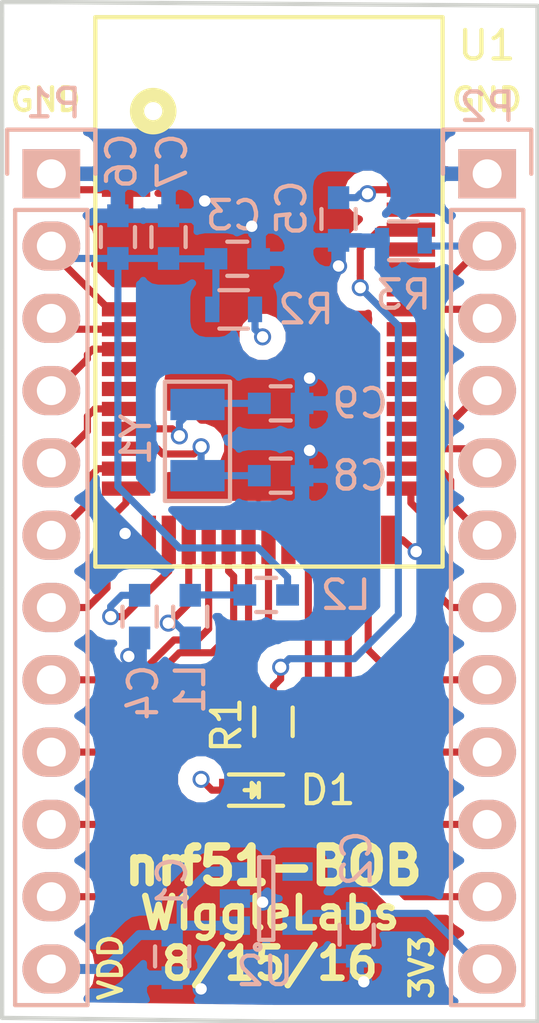
<source format=kicad_pcb>
(kicad_pcb (version 4) (host pcbnew 4.0.2-stable)

  (general
    (links 61)
    (no_connects 0)
    (area 25.197999 13.894999 44.144001 49.859001)
    (thickness 1.6)
    (drawings 21)
    (tracks 219)
    (zones 0)
    (modules 20)
    (nets 42)
  )

  (page A4)
  (layers
    (0 F.Cu signal)
    (1 In1.Cu signal)
    (2 In2.Cu signal)
    (31 B.Cu signal)
    (32 B.Adhes user)
    (33 F.Adhes user)
    (34 B.Paste user)
    (35 F.Paste user)
    (36 B.SilkS user)
    (37 F.SilkS user)
    (38 B.Mask user)
    (39 F.Mask user)
    (40 Dwgs.User user)
    (41 Cmts.User user)
    (42 Eco1.User user)
    (43 Eco2.User user)
    (44 Edge.Cuts user)
    (45 Margin user)
    (46 B.CrtYd user)
    (47 F.CrtYd user)
    (48 B.Fab user)
    (49 F.Fab user)
  )

  (setup
    (last_trace_width 0.25)
    (trace_clearance 0.2)
    (zone_clearance 0.508)
    (zone_45_only no)
    (trace_min 0.2)
    (segment_width 0.2)
    (edge_width 0.15)
    (via_size 0.6)
    (via_drill 0.4)
    (via_min_size 0.4)
    (via_min_drill 0.3)
    (uvia_size 0.3)
    (uvia_drill 0.1)
    (uvias_allowed no)
    (uvia_min_size 0.2)
    (uvia_min_drill 0.1)
    (pcb_text_width 0.3)
    (pcb_text_size 1.5 1.5)
    (mod_edge_width 0.15)
    (mod_text_size 1 1)
    (mod_text_width 0.15)
    (pad_size 1.524 1.524)
    (pad_drill 0.762)
    (pad_to_mask_clearance 0.2)
    (aux_axis_origin 0 0)
    (visible_elements 7FFFFF7F)
    (pcbplotparams
      (layerselection 0x010fc_80000007)
      (usegerberextensions false)
      (excludeedgelayer true)
      (linewidth 0.100000)
      (plotframeref false)
      (viasonmask false)
      (mode 1)
      (useauxorigin false)
      (hpglpennumber 1)
      (hpglpenspeed 20)
      (hpglpendiameter 15)
      (hpglpenoverlay 2)
      (psnegative false)
      (psa4output false)
      (plotreference true)
      (plotvalue true)
      (plotinvisibletext false)
      (padsonsilk false)
      (subtractmaskfromsilk false)
      (outputformat 1)
      (mirror false)
      (drillshape 0)
      (scaleselection 1)
      (outputdirectory ""))
  )

  (net 0 "")
  (net 1 VDD)
  (net 2 GND)
  (net 3 +3V3)
  (net 4 /AVDD)
  (net 5 "Net-(C5-Pad2)")
  (net 6 "Net-(C8-Pad2)")
  (net 7 "Net-(C9-Pad2)")
  (net 8 "Net-(D1-Pad1)")
  (net 9 "Net-(L1-Pad1)")
  (net 10 "Net-(L1-Pad2)")
  (net 11 /SWDCLK)
  (net 12 /SWDIO)
  (net 13 /P0_19)
  (net 14 /P0_20)
  (net 15 /P0_18)
  (net 16 /P0_17)
  (net 17 /P0_16)
  (net 18 /P0_15)
  (net 19 /P0_14)
  (net 20 /P0_13)
  (net 21 /P0_12)
  (net 22 /P0_11)
  (net 23 /P0_10)
  (net 24 /P0_09)
  (net 25 /P0_08)
  (net 26 /P0_07)
  (net 27 /P0_06)
  (net 28 /P0_05)
  (net 29 /P0_04)
  (net 30 /P0_03)
  (net 31 /P0_02)
  (net 32 /P0_01)
  (net 33 /P0_00)
  (net 34 /P0_30)
  (net 35 /P0_21)
  (net 36 /P0_22)
  (net 37 /P0_23)
  (net 38 /P0_24)
  (net 39 /P0_25)
  (net 40 /P0_28)
  (net 41 /P0_29)

  (net_class Default "This is the default net class."
    (clearance 0.2)
    (trace_width 0.25)
    (via_dia 0.6)
    (via_drill 0.4)
    (uvia_dia 0.3)
    (uvia_drill 0.1)
    (add_net +3V3)
    (add_net /AVDD)
    (add_net /P0_00)
    (add_net /P0_01)
    (add_net /P0_02)
    (add_net /P0_03)
    (add_net /P0_04)
    (add_net /P0_05)
    (add_net /P0_06)
    (add_net /P0_07)
    (add_net /P0_08)
    (add_net /P0_09)
    (add_net /P0_10)
    (add_net /P0_11)
    (add_net /P0_12)
    (add_net /P0_13)
    (add_net /P0_14)
    (add_net /P0_15)
    (add_net /P0_16)
    (add_net /P0_17)
    (add_net /P0_18)
    (add_net /P0_19)
    (add_net /P0_20)
    (add_net /P0_21)
    (add_net /P0_22)
    (add_net /P0_23)
    (add_net /P0_24)
    (add_net /P0_25)
    (add_net /P0_28)
    (add_net /P0_29)
    (add_net /P0_30)
    (add_net /SWDCLK)
    (add_net /SWDIO)
    (add_net GND)
    (add_net "Net-(C5-Pad2)")
    (add_net "Net-(C8-Pad2)")
    (add_net "Net-(C9-Pad2)")
    (add_net "Net-(D1-Pad1)")
    (add_net "Net-(L1-Pad1)")
    (add_net "Net-(L1-Pad2)")
  )

  (net_class vdd_pwr ""
    (clearance 0.2)
    (trace_width 0.35)
    (via_dia 0.6)
    (via_drill 0.4)
    (uvia_dia 0.3)
    (uvia_drill 0.1)
    (add_net VDD)
  )

  (module Capacitors_SMD:C_0603 (layer B.Cu) (tedit 57A9FA0A) (tstamp 57A9F9C2)
    (at 31.242 47.498 270)
    (descr "Capacitor SMD 0603, reflow soldering, AVX (see smccp.pdf)")
    (tags "capacitor 0603")
    (path /57A61236)
    (attr smd)
    (fp_text reference C1 (at -2.54 0 270) (layer B.SilkS)
      (effects (font (size 1 1) (thickness 0.15)) (justify mirror))
    )
    (fp_text value 1uF (at 0 -1.9 270) (layer B.Fab) hide
      (effects (font (size 1 1) (thickness 0.15)) (justify mirror))
    )
    (fp_line (start -1.45 0.75) (end 1.45 0.75) (layer B.CrtYd) (width 0.05))
    (fp_line (start -1.45 -0.75) (end 1.45 -0.75) (layer B.CrtYd) (width 0.05))
    (fp_line (start -1.45 0.75) (end -1.45 -0.75) (layer B.CrtYd) (width 0.05))
    (fp_line (start 1.45 0.75) (end 1.45 -0.75) (layer B.CrtYd) (width 0.05))
    (fp_line (start -0.35 0.6) (end 0.35 0.6) (layer B.SilkS) (width 0.15))
    (fp_line (start 0.35 -0.6) (end -0.35 -0.6) (layer B.SilkS) (width 0.15))
    (pad 1 smd rect (at -0.75 0 270) (size 0.8 0.75) (layers B.Cu B.Paste B.Mask)
      (net 1 VDD))
    (pad 2 smd rect (at 0.75 0 270) (size 0.8 0.75) (layers B.Cu B.Paste B.Mask)
      (net 2 GND))
    (model Capacitors_SMD.3dshapes/C_0603.wrl
      (at (xyz 0 0 0))
      (scale (xyz 1 1 1))
      (rotate (xyz 0 0 0))
    )
  )

  (module Capacitors_SMD:C_0603 (layer B.Cu) (tedit 57A9F9DD) (tstamp 57A9F9C8)
    (at 37.719 46.736 270)
    (descr "Capacitor SMD 0603, reflow soldering, AVX (see smccp.pdf)")
    (tags "capacitor 0603")
    (path /57A618EA)
    (attr smd)
    (fp_text reference C2 (at -2.679 0 270) (layer B.SilkS)
      (effects (font (size 1 1) (thickness 0.15)) (justify mirror))
    )
    (fp_text value 100nF (at 0 -1.9 270) (layer B.Fab) hide
      (effects (font (size 1 1) (thickness 0.15)) (justify mirror))
    )
    (fp_line (start -1.45 0.75) (end 1.45 0.75) (layer B.CrtYd) (width 0.05))
    (fp_line (start -1.45 -0.75) (end 1.45 -0.75) (layer B.CrtYd) (width 0.05))
    (fp_line (start -1.45 0.75) (end -1.45 -0.75) (layer B.CrtYd) (width 0.05))
    (fp_line (start 1.45 0.75) (end 1.45 -0.75) (layer B.CrtYd) (width 0.05))
    (fp_line (start -0.35 0.6) (end 0.35 0.6) (layer B.SilkS) (width 0.15))
    (fp_line (start 0.35 -0.6) (end -0.35 -0.6) (layer B.SilkS) (width 0.15))
    (pad 1 smd rect (at -0.75 0 270) (size 0.8 0.75) (layers B.Cu B.Paste B.Mask)
      (net 3 +3V3))
    (pad 2 smd rect (at 0.75 0 270) (size 0.8 0.75) (layers B.Cu B.Paste B.Mask)
      (net 2 GND))
    (model Capacitors_SMD.3dshapes/C_0603.wrl
      (at (xyz 0 0 0))
      (scale (xyz 1 1 1))
      (rotate (xyz 0 0 0))
    )
  )

  (module Capacitors_SMD:C_0603 (layer B.Cu) (tedit 57A9F9F6) (tstamp 57A9F9CE)
    (at 33.528 22.987)
    (descr "Capacitor SMD 0603, reflow soldering, AVX (see smccp.pdf)")
    (tags "capacitor 0603")
    (path /57A5B96C)
    (attr smd)
    (fp_text reference C3 (at -0.127 -1.524) (layer B.SilkS)
      (effects (font (size 1 1) (thickness 0.15)) (justify mirror))
    )
    (fp_text value 0.1uF (at 0 -1.9) (layer B.Fab) hide
      (effects (font (size 1 1) (thickness 0.15)) (justify mirror))
    )
    (fp_line (start -1.45 0.75) (end 1.45 0.75) (layer B.CrtYd) (width 0.05))
    (fp_line (start -1.45 -0.75) (end 1.45 -0.75) (layer B.CrtYd) (width 0.05))
    (fp_line (start -1.45 0.75) (end -1.45 -0.75) (layer B.CrtYd) (width 0.05))
    (fp_line (start 1.45 0.75) (end 1.45 -0.75) (layer B.CrtYd) (width 0.05))
    (fp_line (start -0.35 0.6) (end 0.35 0.6) (layer B.SilkS) (width 0.15))
    (fp_line (start 0.35 -0.6) (end -0.35 -0.6) (layer B.SilkS) (width 0.15))
    (pad 1 smd rect (at -0.75 0) (size 0.8 0.75) (layers B.Cu B.Paste B.Mask)
      (net 4 /AVDD))
    (pad 2 smd rect (at 0.75 0) (size 0.8 0.75) (layers B.Cu B.Paste B.Mask)
      (net 2 GND))
    (model Capacitors_SMD.3dshapes/C_0603.wrl
      (at (xyz 0 0 0))
      (scale (xyz 1 1 1))
      (rotate (xyz 0 0 0))
    )
  )

  (module Capacitors_SMD:C_0603 (layer B.Cu) (tedit 57A9F9F3) (tstamp 57A9F9D4)
    (at 30.099 35.56 270)
    (descr "Capacitor SMD 0603, reflow soldering, AVX (see smccp.pdf)")
    (tags "capacitor 0603")
    (path /57A5C46D)
    (attr smd)
    (fp_text reference C4 (at 2.667 -0.127 270) (layer B.SilkS)
      (effects (font (size 1 1) (thickness 0.15)) (justify mirror))
    )
    (fp_text value 1uF (at 0 -1.9 270) (layer B.Fab) hide
      (effects (font (size 1 1) (thickness 0.15)) (justify mirror))
    )
    (fp_line (start -1.45 0.75) (end 1.45 0.75) (layer B.CrtYd) (width 0.05))
    (fp_line (start -1.45 -0.75) (end 1.45 -0.75) (layer B.CrtYd) (width 0.05))
    (fp_line (start -1.45 0.75) (end -1.45 -0.75) (layer B.CrtYd) (width 0.05))
    (fp_line (start 1.45 0.75) (end 1.45 -0.75) (layer B.CrtYd) (width 0.05))
    (fp_line (start -0.35 0.6) (end 0.35 0.6) (layer B.SilkS) (width 0.15))
    (fp_line (start 0.35 -0.6) (end -0.35 -0.6) (layer B.SilkS) (width 0.15))
    (pad 1 smd rect (at -0.75 0 270) (size 0.8 0.75) (layers B.Cu B.Paste B.Mask)
      (net 3 +3V3))
    (pad 2 smd rect (at 0.75 0 270) (size 0.8 0.75) (layers B.Cu B.Paste B.Mask)
      (net 2 GND))
    (model Capacitors_SMD.3dshapes/C_0603.wrl
      (at (xyz 0 0 0))
      (scale (xyz 1 1 1))
      (rotate (xyz 0 0 0))
    )
  )

  (module Capacitors_SMD:C_0603 (layer B.Cu) (tedit 57A9F9EB) (tstamp 57A9F9DA)
    (at 37.084 21.59 90)
    (descr "Capacitor SMD 0603, reflow soldering, AVX (see smccp.pdf)")
    (tags "capacitor 0603")
    (path /57A5D6B3)
    (attr smd)
    (fp_text reference C5 (at 0.381 -1.651 90) (layer B.SilkS)
      (effects (font (size 1 1) (thickness 0.15)) (justify mirror))
    )
    (fp_text value 47nF (at 0 -1.9 90) (layer B.Fab) hide
      (effects (font (size 1 1) (thickness 0.15)) (justify mirror))
    )
    (fp_line (start -1.45 0.75) (end 1.45 0.75) (layer B.CrtYd) (width 0.05))
    (fp_line (start -1.45 -0.75) (end 1.45 -0.75) (layer B.CrtYd) (width 0.05))
    (fp_line (start -1.45 0.75) (end -1.45 -0.75) (layer B.CrtYd) (width 0.05))
    (fp_line (start 1.45 0.75) (end 1.45 -0.75) (layer B.CrtYd) (width 0.05))
    (fp_line (start -0.35 0.6) (end 0.35 0.6) (layer B.SilkS) (width 0.15))
    (fp_line (start 0.35 -0.6) (end -0.35 -0.6) (layer B.SilkS) (width 0.15))
    (pad 1 smd rect (at -0.75 0 90) (size 0.8 0.75) (layers B.Cu B.Paste B.Mask)
      (net 2 GND))
    (pad 2 smd rect (at 0.75 0 90) (size 0.8 0.75) (layers B.Cu B.Paste B.Mask)
      (net 5 "Net-(C5-Pad2)"))
    (model Capacitors_SMD.3dshapes/C_0603.wrl
      (at (xyz 0 0 0))
      (scale (xyz 1 1 1))
      (rotate (xyz 0 0 0))
    )
  )

  (module Capacitors_SMD:C_0603 (layer B.Cu) (tedit 57A9F9FD) (tstamp 57A9F9E0)
    (at 29.337 22.225 90)
    (descr "Capacitor SMD 0603, reflow soldering, AVX (see smccp.pdf)")
    (tags "capacitor 0603")
    (path /57A5C27F)
    (attr smd)
    (fp_text reference C6 (at 2.667 0.127 90) (layer B.SilkS)
      (effects (font (size 1 1) (thickness 0.15)) (justify mirror))
    )
    (fp_text value 1uF (at 0 -1.9 90) (layer B.Fab) hide
      (effects (font (size 1 1) (thickness 0.15)) (justify mirror))
    )
    (fp_line (start -1.45 0.75) (end 1.45 0.75) (layer B.CrtYd) (width 0.05))
    (fp_line (start -1.45 -0.75) (end 1.45 -0.75) (layer B.CrtYd) (width 0.05))
    (fp_line (start -1.45 0.75) (end -1.45 -0.75) (layer B.CrtYd) (width 0.05))
    (fp_line (start 1.45 0.75) (end 1.45 -0.75) (layer B.CrtYd) (width 0.05))
    (fp_line (start -0.35 0.6) (end 0.35 0.6) (layer B.SilkS) (width 0.15))
    (fp_line (start 0.35 -0.6) (end -0.35 -0.6) (layer B.SilkS) (width 0.15))
    (pad 1 smd rect (at -0.75 0 90) (size 0.8 0.75) (layers B.Cu B.Paste B.Mask)
      (net 4 /AVDD))
    (pad 2 smd rect (at 0.75 0 90) (size 0.8 0.75) (layers B.Cu B.Paste B.Mask)
      (net 2 GND))
    (model Capacitors_SMD.3dshapes/C_0603.wrl
      (at (xyz 0 0 0))
      (scale (xyz 1 1 1))
      (rotate (xyz 0 0 0))
    )
  )

  (module Capacitors_SMD:C_0603 (layer B.Cu) (tedit 57A9F9F9) (tstamp 57A9F9E6)
    (at 31.115 22.225 90)
    (descr "Capacitor SMD 0603, reflow soldering, AVX (see smccp.pdf)")
    (tags "capacitor 0603")
    (path /57A5C217)
    (attr smd)
    (fp_text reference C7 (at 2.667 0.127 90) (layer B.SilkS)
      (effects (font (size 1 1) (thickness 0.15)) (justify mirror))
    )
    (fp_text value 100pF (at 0 -1.9 90) (layer B.Fab) hide
      (effects (font (size 1 1) (thickness 0.15)) (justify mirror))
    )
    (fp_line (start -1.45 0.75) (end 1.45 0.75) (layer B.CrtYd) (width 0.05))
    (fp_line (start -1.45 -0.75) (end 1.45 -0.75) (layer B.CrtYd) (width 0.05))
    (fp_line (start -1.45 0.75) (end -1.45 -0.75) (layer B.CrtYd) (width 0.05))
    (fp_line (start 1.45 0.75) (end 1.45 -0.75) (layer B.CrtYd) (width 0.05))
    (fp_line (start -0.35 0.6) (end 0.35 0.6) (layer B.SilkS) (width 0.15))
    (fp_line (start 0.35 -0.6) (end -0.35 -0.6) (layer B.SilkS) (width 0.15))
    (pad 1 smd rect (at -0.75 0 90) (size 0.8 0.75) (layers B.Cu B.Paste B.Mask)
      (net 4 /AVDD))
    (pad 2 smd rect (at 0.75 0 90) (size 0.8 0.75) (layers B.Cu B.Paste B.Mask)
      (net 2 GND))
    (model Capacitors_SMD.3dshapes/C_0603.wrl
      (at (xyz 0 0 0))
      (scale (xyz 1 1 1))
      (rotate (xyz 0 0 0))
    )
  )

  (module Capacitors_SMD:C_0603 (layer B.Cu) (tedit 57A9F9DA) (tstamp 57A9F9EC)
    (at 35.052 30.607 180)
    (descr "Capacitor SMD 0603, reflow soldering, AVX (see smccp.pdf)")
    (tags "capacitor 0603")
    (path /57A5B1F5)
    (attr smd)
    (fp_text reference C8 (at -2.794 0 180) (layer B.SilkS)
      (effects (font (size 1 1) (thickness 0.15)) (justify mirror))
    )
    (fp_text value 9pF (at 0 -1.9 180) (layer B.Fab) hide
      (effects (font (size 1 1) (thickness 0.15)) (justify mirror))
    )
    (fp_line (start -1.45 0.75) (end 1.45 0.75) (layer B.CrtYd) (width 0.05))
    (fp_line (start -1.45 -0.75) (end 1.45 -0.75) (layer B.CrtYd) (width 0.05))
    (fp_line (start -1.45 0.75) (end -1.45 -0.75) (layer B.CrtYd) (width 0.05))
    (fp_line (start 1.45 0.75) (end 1.45 -0.75) (layer B.CrtYd) (width 0.05))
    (fp_line (start -0.35 0.6) (end 0.35 0.6) (layer B.SilkS) (width 0.15))
    (fp_line (start 0.35 -0.6) (end -0.35 -0.6) (layer B.SilkS) (width 0.15))
    (pad 1 smd rect (at -0.75 0 180) (size 0.8 0.75) (layers B.Cu B.Paste B.Mask)
      (net 2 GND))
    (pad 2 smd rect (at 0.75 0 180) (size 0.8 0.75) (layers B.Cu B.Paste B.Mask)
      (net 6 "Net-(C8-Pad2)"))
    (model Capacitors_SMD.3dshapes/C_0603.wrl
      (at (xyz 0 0 0))
      (scale (xyz 1 1 1))
      (rotate (xyz 0 0 0))
    )
  )

  (module Capacitors_SMD:C_0603 (layer B.Cu) (tedit 57A9FA18) (tstamp 57A9F9F2)
    (at 35.052 28.067 180)
    (descr "Capacitor SMD 0603, reflow soldering, AVX (see smccp.pdf)")
    (tags "capacitor 0603")
    (path /57A5B249)
    (attr smd)
    (fp_text reference C9 (at -2.794 0 180) (layer B.SilkS)
      (effects (font (size 1 1) (thickness 0.15)) (justify mirror))
    )
    (fp_text value 9pF (at 0 -1.9 180) (layer B.Fab) hide
      (effects (font (size 1 1) (thickness 0.15)) (justify mirror))
    )
    (fp_line (start -1.45 0.75) (end 1.45 0.75) (layer B.CrtYd) (width 0.05))
    (fp_line (start -1.45 -0.75) (end 1.45 -0.75) (layer B.CrtYd) (width 0.05))
    (fp_line (start -1.45 0.75) (end -1.45 -0.75) (layer B.CrtYd) (width 0.05))
    (fp_line (start 1.45 0.75) (end 1.45 -0.75) (layer B.CrtYd) (width 0.05))
    (fp_line (start -0.35 0.6) (end 0.35 0.6) (layer B.SilkS) (width 0.15))
    (fp_line (start 0.35 -0.6) (end -0.35 -0.6) (layer B.SilkS) (width 0.15))
    (pad 1 smd rect (at -0.75 0 180) (size 0.8 0.75) (layers B.Cu B.Paste B.Mask)
      (net 2 GND))
    (pad 2 smd rect (at 0.75 0 180) (size 0.8 0.75) (layers B.Cu B.Paste B.Mask)
      (net 7 "Net-(C9-Pad2)"))
    (model Capacitors_SMD.3dshapes/C_0603.wrl
      (at (xyz 0 0 0))
      (scale (xyz 1 1 1))
      (rotate (xyz 0 0 0))
    )
  )

  (module LEDs:LED_0603 (layer F.Cu) (tedit 57A9FA0D) (tstamp 57A9F9F8)
    (at 34.036 41.656 180)
    (descr "LED 0603 smd package")
    (tags "LED led 0603 SMD smd SMT smt smdled SMDLED smtled SMTLED")
    (path /57A675AE)
    (attr smd)
    (fp_text reference D1 (at -2.667 0 180) (layer F.SilkS)
      (effects (font (size 1 1) (thickness 0.15)))
    )
    (fp_text value LED (at 0 1.5 180) (layer F.Fab) hide
      (effects (font (size 1 1) (thickness 0.15)))
    )
    (fp_line (start -1.1 0.55) (end 0.8 0.55) (layer F.SilkS) (width 0.15))
    (fp_line (start -1.1 -0.55) (end 0.8 -0.55) (layer F.SilkS) (width 0.15))
    (fp_line (start -0.2 0) (end 0.25 0) (layer F.SilkS) (width 0.15))
    (fp_line (start -0.25 -0.25) (end -0.25 0.25) (layer F.SilkS) (width 0.15))
    (fp_line (start -0.25 0) (end 0 -0.25) (layer F.SilkS) (width 0.15))
    (fp_line (start 0 -0.25) (end 0 0.25) (layer F.SilkS) (width 0.15))
    (fp_line (start 0 0.25) (end -0.25 0) (layer F.SilkS) (width 0.15))
    (fp_line (start 1.4 -0.75) (end 1.4 0.75) (layer F.CrtYd) (width 0.05))
    (fp_line (start 1.4 0.75) (end -1.4 0.75) (layer F.CrtYd) (width 0.05))
    (fp_line (start -1.4 0.75) (end -1.4 -0.75) (layer F.CrtYd) (width 0.05))
    (fp_line (start -1.4 -0.75) (end 1.4 -0.75) (layer F.CrtYd) (width 0.05))
    (pad 2 smd rect (at 0.7493 0) (size 0.79756 0.79756) (layers F.Cu F.Paste F.Mask)
      (net 3 +3V3))
    (pad 1 smd rect (at -0.7493 0) (size 0.79756 0.79756) (layers F.Cu F.Paste F.Mask)
      (net 8 "Net-(D1-Pad1)"))
    (model LEDs.3dshapes/LED_0603.wrl
      (at (xyz 0 0 0))
      (scale (xyz 1 1 1))
      (rotate (xyz 0 0 180))
    )
  )

  (module Capacitors_SMD:C_0603 (layer B.Cu) (tedit 57A9FA12) (tstamp 57A9F9FE)
    (at 31.877 35.56 90)
    (descr "Capacitor SMD 0603, reflow soldering, AVX (see smccp.pdf)")
    (tags "capacitor 0603")
    (path /57A5BE63)
    (attr smd)
    (fp_text reference L1 (at -2.54 0 90) (layer B.SilkS)
      (effects (font (size 1 1) (thickness 0.15)) (justify mirror))
    )
    (fp_text value 10uH (at 0 -1.9 90) (layer B.Fab) hide
      (effects (font (size 1 1) (thickness 0.15)) (justify mirror))
    )
    (fp_line (start -1.45 0.75) (end 1.45 0.75) (layer B.CrtYd) (width 0.05))
    (fp_line (start -1.45 -0.75) (end 1.45 -0.75) (layer B.CrtYd) (width 0.05))
    (fp_line (start -1.45 0.75) (end -1.45 -0.75) (layer B.CrtYd) (width 0.05))
    (fp_line (start 1.45 0.75) (end 1.45 -0.75) (layer B.CrtYd) (width 0.05))
    (fp_line (start -0.35 0.6) (end 0.35 0.6) (layer B.SilkS) (width 0.15))
    (fp_line (start 0.35 -0.6) (end -0.35 -0.6) (layer B.SilkS) (width 0.15))
    (pad 1 smd rect (at -0.75 0 90) (size 0.8 0.75) (layers B.Cu B.Paste B.Mask)
      (net 9 "Net-(L1-Pad1)"))
    (pad 2 smd rect (at 0.75 0 90) (size 0.8 0.75) (layers B.Cu B.Paste B.Mask)
      (net 10 "Net-(L1-Pad2)"))
    (model Capacitors_SMD.3dshapes/C_0603.wrl
      (at (xyz 0 0 0))
      (scale (xyz 1 1 1))
      (rotate (xyz 0 0 0))
    )
  )

  (module Capacitors_SMD:C_0603 (layer B.Cu) (tedit 57A9F9D5) (tstamp 57A9FA04)
    (at 34.544 34.798 180)
    (descr "Capacitor SMD 0603, reflow soldering, AVX (see smccp.pdf)")
    (tags "capacitor 0603")
    (path /57A5C02F)
    (attr smd)
    (fp_text reference L2 (at -2.794 0 180) (layer B.SilkS)
      (effects (font (size 1 1) (thickness 0.15)) (justify mirror))
    )
    (fp_text value 15nH (at 0 -1.9 180) (layer B.Fab) hide
      (effects (font (size 1 1) (thickness 0.15)) (justify mirror))
    )
    (fp_line (start -1.45 0.75) (end 1.45 0.75) (layer B.CrtYd) (width 0.05))
    (fp_line (start -1.45 -0.75) (end 1.45 -0.75) (layer B.CrtYd) (width 0.05))
    (fp_line (start -1.45 0.75) (end -1.45 -0.75) (layer B.CrtYd) (width 0.05))
    (fp_line (start 1.45 0.75) (end 1.45 -0.75) (layer B.CrtYd) (width 0.05))
    (fp_line (start -0.35 0.6) (end 0.35 0.6) (layer B.SilkS) (width 0.15))
    (fp_line (start 0.35 -0.6) (end -0.35 -0.6) (layer B.SilkS) (width 0.15))
    (pad 1 smd rect (at -0.75 0 180) (size 0.8 0.75) (layers B.Cu B.Paste B.Mask)
      (net 4 /AVDD))
    (pad 2 smd rect (at 0.75 0 180) (size 0.8 0.75) (layers B.Cu B.Paste B.Mask)
      (net 10 "Net-(L1-Pad2)"))
    (model Capacitors_SMD.3dshapes/C_0603.wrl
      (at (xyz 0 0 0))
      (scale (xyz 1 1 1))
      (rotate (xyz 0 0 0))
    )
  )

  (module Pin_Headers:Pin_Header_Straight_1x12 (layer B.Cu) (tedit 57A9FA00) (tstamp 57A9FA14)
    (at 27 20 180)
    (descr "Through hole pin header")
    (tags "pin header")
    (path /57A53D62)
    (fp_text reference P1 (at -0.076 2.474 180) (layer B.SilkS)
      (effects (font (size 1 1) (thickness 0.15)) (justify mirror))
    )
    (fp_text value CONN_01X12 (at 0 3.1 180) (layer B.Fab) hide
      (effects (font (size 1 1) (thickness 0.15)) (justify mirror))
    )
    (fp_line (start -1.75 1.75) (end -1.75 -29.7) (layer B.CrtYd) (width 0.05))
    (fp_line (start 1.75 1.75) (end 1.75 -29.7) (layer B.CrtYd) (width 0.05))
    (fp_line (start -1.75 1.75) (end 1.75 1.75) (layer B.CrtYd) (width 0.05))
    (fp_line (start -1.75 -29.7) (end 1.75 -29.7) (layer B.CrtYd) (width 0.05))
    (fp_line (start 1.27 -1.27) (end 1.27 -29.21) (layer B.SilkS) (width 0.15))
    (fp_line (start 1.27 -29.21) (end -1.27 -29.21) (layer B.SilkS) (width 0.15))
    (fp_line (start -1.27 -29.21) (end -1.27 -1.27) (layer B.SilkS) (width 0.15))
    (fp_line (start 1.55 1.55) (end 1.55 0) (layer B.SilkS) (width 0.15))
    (fp_line (start 1.27 -1.27) (end -1.27 -1.27) (layer B.SilkS) (width 0.15))
    (fp_line (start -1.55 0) (end -1.55 1.55) (layer B.SilkS) (width 0.15))
    (fp_line (start -1.55 1.55) (end 1.55 1.55) (layer B.SilkS) (width 0.15))
    (pad 1 thru_hole rect (at 0 0 180) (size 2.032 1.7272) (drill 1.016) (layers *.Cu *.Mask B.SilkS)
      (net 2 GND))
    (pad 2 thru_hole oval (at 0 -2.54 180) (size 2.032 1.7272) (drill 1.016) (layers *.Cu *.Mask B.SilkS)
      (net 4 /AVDD))
    (pad 3 thru_hole oval (at 0 -5.08 180) (size 2.032 1.7272) (drill 1.016) (layers *.Cu *.Mask B.SilkS)
      (net 35 /P0_21))
    (pad 4 thru_hole oval (at 0 -7.62 180) (size 2.032 1.7272) (drill 1.016) (layers *.Cu *.Mask B.SilkS)
      (net 36 /P0_22))
    (pad 5 thru_hole oval (at 0 -10.16 180) (size 2.032 1.7272) (drill 1.016) (layers *.Cu *.Mask B.SilkS)
      (net 39 /P0_25))
    (pad 6 thru_hole oval (at 0 -12.7 180) (size 2.032 1.7272) (drill 1.016) (layers *.Cu *.Mask B.SilkS)
      (net 40 /P0_28))
    (pad 7 thru_hole oval (at 0 -15.24 180) (size 2.032 1.7272) (drill 1.016) (layers *.Cu *.Mask B.SilkS)
      (net 41 /P0_29))
    (pad 8 thru_hole oval (at 0 -17.78 180) (size 2.032 1.7272) (drill 1.016) (layers *.Cu *.Mask B.SilkS)
      (net 34 /P0_30))
    (pad 9 thru_hole oval (at 0 -20.32 180) (size 2.032 1.7272) (drill 1.016) (layers *.Cu *.Mask B.SilkS)
      (net 33 /P0_00))
    (pad 10 thru_hole oval (at 0 -22.86 180) (size 2.032 1.7272) (drill 1.016) (layers *.Cu *.Mask B.SilkS)
      (net 32 /P0_01))
    (pad 11 thru_hole oval (at 0 -25.4 180) (size 2.032 1.7272) (drill 1.016) (layers *.Cu *.Mask B.SilkS)
      (net 31 /P0_02))
    (pad 12 thru_hole oval (at 0 -27.94 180) (size 2.032 1.7272) (drill 1.016) (layers *.Cu *.Mask B.SilkS)
      (net 1 VDD))
    (model Pin_Headers.3dshapes/Pin_Header_Straight_1x12.wrl
      (at (xyz 0 -0.55 0))
      (scale (xyz 1 1 1))
      (rotate (xyz 0 0 90))
    )
  )

  (module Pin_Headers:Pin_Header_Straight_1x12 (layer B.Cu) (tedit 57A9FA07) (tstamp 57A9FA24)
    (at 42.3 20 180)
    (descr "Through hole pin header")
    (tags "pin header")
    (path /57A59B25)
    (fp_text reference P2 (at -0.009 2.347 180) (layer B.SilkS)
      (effects (font (size 1 1) (thickness 0.15)) (justify mirror))
    )
    (fp_text value CONN_01X12 (at 0 3.1 180) (layer B.Fab) hide
      (effects (font (size 1 1) (thickness 0.15)) (justify mirror))
    )
    (fp_line (start -1.75 1.75) (end -1.75 -29.7) (layer B.CrtYd) (width 0.05))
    (fp_line (start 1.75 1.75) (end 1.75 -29.7) (layer B.CrtYd) (width 0.05))
    (fp_line (start -1.75 1.75) (end 1.75 1.75) (layer B.CrtYd) (width 0.05))
    (fp_line (start -1.75 -29.7) (end 1.75 -29.7) (layer B.CrtYd) (width 0.05))
    (fp_line (start 1.27 -1.27) (end 1.27 -29.21) (layer B.SilkS) (width 0.15))
    (fp_line (start 1.27 -29.21) (end -1.27 -29.21) (layer B.SilkS) (width 0.15))
    (fp_line (start -1.27 -29.21) (end -1.27 -1.27) (layer B.SilkS) (width 0.15))
    (fp_line (start 1.55 1.55) (end 1.55 0) (layer B.SilkS) (width 0.15))
    (fp_line (start 1.27 -1.27) (end -1.27 -1.27) (layer B.SilkS) (width 0.15))
    (fp_line (start -1.55 0) (end -1.55 1.55) (layer B.SilkS) (width 0.15))
    (fp_line (start -1.55 1.55) (end 1.55 1.55) (layer B.SilkS) (width 0.15))
    (pad 1 thru_hole rect (at 0 0 180) (size 2.032 1.7272) (drill 1.016) (layers *.Cu *.Mask B.SilkS)
      (net 2 GND))
    (pad 2 thru_hole oval (at 0 -2.54 180) (size 2.032 1.7272) (drill 1.016) (layers *.Cu *.Mask B.SilkS)
      (net 11 /SWDCLK))
    (pad 3 thru_hole oval (at 0 -5.08 180) (size 2.032 1.7272) (drill 1.016) (layers *.Cu *.Mask B.SilkS)
      (net 12 /SWDIO))
    (pad 4 thru_hole oval (at 0 -7.62 180) (size 2.032 1.7272) (drill 1.016) (layers *.Cu *.Mask B.SilkS)
      (net 22 /P0_11))
    (pad 5 thru_hole oval (at 0 -10.16 180) (size 2.032 1.7272) (drill 1.016) (layers *.Cu *.Mask B.SilkS)
      (net 23 /P0_10))
    (pad 6 thru_hole oval (at 0 -12.7 180) (size 2.032 1.7272) (drill 1.016) (layers *.Cu *.Mask B.SilkS)
      (net 24 /P0_09))
    (pad 7 thru_hole oval (at 0 -15.24 180) (size 2.032 1.7272) (drill 1.016) (layers *.Cu *.Mask B.SilkS)
      (net 25 /P0_08))
    (pad 8 thru_hole oval (at 0 -17.78 180) (size 2.032 1.7272) (drill 1.016) (layers *.Cu *.Mask B.SilkS)
      (net 26 /P0_07))
    (pad 9 thru_hole oval (at 0 -20.32 180) (size 2.032 1.7272) (drill 1.016) (layers *.Cu *.Mask B.SilkS)
      (net 27 /P0_06))
    (pad 10 thru_hole oval (at 0 -22.86 180) (size 2.032 1.7272) (drill 1.016) (layers *.Cu *.Mask B.SilkS)
      (net 28 /P0_05))
    (pad 11 thru_hole oval (at 0 -25.4 180) (size 2.032 1.7272) (drill 1.016) (layers *.Cu *.Mask B.SilkS)
      (net 29 /P0_04))
    (pad 12 thru_hole oval (at 0 -27.94 180) (size 2.032 1.7272) (drill 1.016) (layers *.Cu *.Mask B.SilkS)
      (net 3 +3V3))
    (model Pin_Headers.3dshapes/Pin_Header_Straight_1x12.wrl
      (at (xyz 0 -0.55 0))
      (scale (xyz 1 1 1))
      (rotate (xyz 0 0 90))
    )
  )

  (module Resistors_SMD:R_0603 (layer F.Cu) (tedit 57A9F9F0) (tstamp 57A9FA2A)
    (at 34.798 39.255 270)
    (descr "Resistor SMD 0603, reflow soldering, Vishay (see dcrcw.pdf)")
    (tags "resistor 0603")
    (path /57A67531)
    (attr smd)
    (fp_text reference R1 (at 0.115 1.651 270) (layer F.SilkS)
      (effects (font (size 1 1) (thickness 0.15)))
    )
    (fp_text value 4.7k (at 0 1.9 270) (layer F.Fab) hide
      (effects (font (size 1 1) (thickness 0.15)))
    )
    (fp_line (start -1.3 -0.8) (end 1.3 -0.8) (layer F.CrtYd) (width 0.05))
    (fp_line (start -1.3 0.8) (end 1.3 0.8) (layer F.CrtYd) (width 0.05))
    (fp_line (start -1.3 -0.8) (end -1.3 0.8) (layer F.CrtYd) (width 0.05))
    (fp_line (start 1.3 -0.8) (end 1.3 0.8) (layer F.CrtYd) (width 0.05))
    (fp_line (start 0.5 0.675) (end -0.5 0.675) (layer F.SilkS) (width 0.15))
    (fp_line (start -0.5 -0.675) (end 0.5 -0.675) (layer F.SilkS) (width 0.15))
    (pad 1 smd rect (at -0.75 0 270) (size 0.5 0.9) (layers F.Cu F.Paste F.Mask)
      (net 13 /P0_19))
    (pad 2 smd rect (at 0.75 0 270) (size 0.5 0.9) (layers F.Cu F.Paste F.Mask)
      (net 8 "Net-(D1-Pad1)"))
    (model Resistors_SMD.3dshapes/R_0603.wrl
      (at (xyz 0 0 0))
      (scale (xyz 1 1 1))
      (rotate (xyz 0 0 0))
    )
  )

  (module Resistors_SMD:R_0603 (layer B.Cu) (tedit 57A9F9E8) (tstamp 57A9FA30)
    (at 33.401 24.765 180)
    (descr "Resistor SMD 0603, reflow soldering, Vishay (see dcrcw.pdf)")
    (tags "resistor 0603")
    (path /57A5E550)
    (attr smd)
    (fp_text reference R2 (at -2.54 0 180) (layer B.SilkS)
      (effects (font (size 1 1) (thickness 0.15)) (justify mirror))
    )
    (fp_text value 0R_NM (at 0 -1.9 180) (layer B.Fab) hide
      (effects (font (size 1 1) (thickness 0.15)) (justify mirror))
    )
    (fp_line (start -1.3 0.8) (end 1.3 0.8) (layer B.CrtYd) (width 0.05))
    (fp_line (start -1.3 -0.8) (end 1.3 -0.8) (layer B.CrtYd) (width 0.05))
    (fp_line (start -1.3 0.8) (end -1.3 -0.8) (layer B.CrtYd) (width 0.05))
    (fp_line (start 1.3 0.8) (end 1.3 -0.8) (layer B.CrtYd) (width 0.05))
    (fp_line (start 0.5 -0.675) (end -0.5 -0.675) (layer B.SilkS) (width 0.15))
    (fp_line (start -0.5 0.675) (end 0.5 0.675) (layer B.SilkS) (width 0.15))
    (pad 1 smd rect (at -0.75 0 180) (size 0.5 0.9) (layers B.Cu B.Paste B.Mask)
      (net 3 +3V3))
    (pad 2 smd rect (at 0.75 0 180) (size 0.5 0.9) (layers B.Cu B.Paste B.Mask)
      (net 4 /AVDD))
    (model Resistors_SMD.3dshapes/R_0603.wrl
      (at (xyz 0 0 0))
      (scale (xyz 1 1 1))
      (rotate (xyz 0 0 0))
    )
  )

  (module Resistors_SMD:R_0603 (layer B.Cu) (tedit 57A9F9EE) (tstamp 57A9FA36)
    (at 39.358 22.352)
    (descr "Resistor SMD 0603, reflow soldering, Vishay (see dcrcw.pdf)")
    (tags "resistor 0603")
    (path /57A5E299)
    (attr smd)
    (fp_text reference R3 (at 0 1.9) (layer B.SilkS)
      (effects (font (size 1 1) (thickness 0.15)) (justify mirror))
    )
    (fp_text value 12k (at 0 -1.9) (layer B.Fab) hide
      (effects (font (size 1 1) (thickness 0.15)) (justify mirror))
    )
    (fp_line (start -1.3 0.8) (end 1.3 0.8) (layer B.CrtYd) (width 0.05))
    (fp_line (start -1.3 -0.8) (end 1.3 -0.8) (layer B.CrtYd) (width 0.05))
    (fp_line (start -1.3 0.8) (end -1.3 -0.8) (layer B.CrtYd) (width 0.05))
    (fp_line (start 1.3 0.8) (end 1.3 -0.8) (layer B.CrtYd) (width 0.05))
    (fp_line (start 0.5 -0.675) (end -0.5 -0.675) (layer B.SilkS) (width 0.15))
    (fp_line (start -0.5 0.675) (end 0.5 0.675) (layer B.SilkS) (width 0.15))
    (pad 1 smd rect (at -0.75 0) (size 0.5 0.9) (layers B.Cu B.Paste B.Mask)
      (net 2 GND))
    (pad 2 smd rect (at 0.75 0) (size 0.5 0.9) (layers B.Cu B.Paste B.Mask)
      (net 11 /SWDCLK))
    (model Resistors_SMD.3dshapes/R_0603.wrl
      (at (xyz 0 0 0))
      (scale (xyz 1 1 1))
      (rotate (xyz 0 0 0))
    )
  )

  (module raytac:MDBT40 (layer F.Cu) (tedit 57A9FA04) (tstamp 57A9FA64)
    (at 34.8945 28.7218)
    (path /57A5AA61)
    (fp_text reference U1 (at 7.3965 -13.2278) (layer F.SilkS)
      (effects (font (size 1 1) (thickness 0.15)))
    )
    (fp_text value MDBT40 (at 0.508 -15.24) (layer F.Fab) hide
      (effects (font (size 1 1) (thickness 0.15)))
    )
    (fp_circle (center -4.318 -10.922) (end -4.826 -11.176) (layer F.SilkS) (width 0.5))
    (fp_line (start -6.35 -9.652) (end -6.35 5.08) (layer F.SilkS) (width 0.15))
    (fp_line (start -6.35 5.08) (end 5.842 5.08) (layer F.SilkS) (width 0.15))
    (fp_line (start 5.842 5.08) (end 5.842 -14.224) (layer F.SilkS) (width 0.15))
    (fp_line (start 5.842 -14.224) (end -6.35 -14.224) (layer F.SilkS) (width 0.15))
    (fp_line (start -6.35 -14.224) (end -6.35 -9.652) (layer F.SilkS) (width 0.15))
    (pad 42 smd rect (at 4.7295 -8.8598) (size 1.7 0.5) (layers F.Cu F.Paste F.Mask)
      (net 2 GND))
    (pad 41 smd rect (at 4.7295 -8.1598) (size 1.7 0.5) (layers F.Cu F.Paste F.Mask)
      (net 5 "Net-(C5-Pad2)"))
    (pad 40 smd rect (at 4.7295 -7.4598) (size 1.7 0.5) (layers F.Cu F.Paste F.Mask)
      (net 14 /P0_20))
    (pad 39 smd rect (at 4.7295 -6.7598) (size 1.7 0.5) (layers F.Cu F.Paste F.Mask)
      (net 13 /P0_19))
    (pad 38 smd rect (at 4.7295 -6.0598) (size 1.7 0.5) (layers F.Cu F.Paste F.Mask)
      (net 15 /P0_18))
    (pad 37 smd rect (at 4.7295 -5.3598) (size 1.7 0.5) (layers F.Cu F.Paste F.Mask)
      (net 16 /P0_17))
    (pad 36 smd rect (at 4.7295 -4.6598) (size 1.7 0.5) (layers F.Cu F.Paste F.Mask)
      (net 11 /SWDCLK))
    (pad 35 smd rect (at 4.7295 -3.9598) (size 1.7 0.5) (layers F.Cu F.Paste F.Mask)
      (net 12 /SWDIO))
    (pad 34 smd rect (at 4.7295 -3.2598) (size 1.7 0.5) (layers F.Cu F.Paste F.Mask)
      (net 17 /P0_16))
    (pad 33 smd rect (at 4.7295 -2.5598) (size 1.7 0.5) (layers F.Cu F.Paste F.Mask)
      (net 18 /P0_15))
    (pad 32 smd rect (at 4.7295 -1.8598) (size 1.7 0.5) (layers F.Cu F.Paste F.Mask)
      (net 19 /P0_14))
    (pad 31 smd rect (at 4.7295 -1.1598) (size 1.7 0.5) (layers F.Cu F.Paste F.Mask)
      (net 20 /P0_13))
    (pad 30 smd rect (at 4.7295 -0.4598) (size 1.7 0.5) (layers F.Cu F.Paste F.Mask)
      (net 21 /P0_12))
    (pad 29 smd rect (at 4.7295 0.2402) (size 1.7 0.5) (layers F.Cu F.Paste F.Mask)
      (net 22 /P0_11))
    (pad 28 smd rect (at 4.7295 0.9402) (size 1.7 0.5) (layers F.Cu F.Paste F.Mask)
      (net 23 /P0_10))
    (pad 27 smd rect (at 4.7295 1.6402) (size 1.7 0.5) (layers F.Cu F.Paste F.Mask)
      (net 24 /P0_09))
    (pad 26 smd rect (at 4.7295 2.3402) (size 1.7 0.5) (layers F.Cu F.Paste F.Mask)
      (net 25 /P0_08))
    (pad 24 smd rect (at 3.2295 4.1402) (size 0.5 1.7) (layers F.Cu F.Paste F.Mask)
      (net 26 /P0_07))
    (pad 23 smd rect (at 2.5295 4.1402) (size 0.5 1.7) (layers F.Cu F.Paste F.Mask)
      (net 27 /P0_06))
    (pad 22 smd rect (at 1.8295 4.1402) (size 0.5 1.7) (layers F.Cu F.Paste F.Mask)
      (net 28 /P0_05))
    (pad 21 smd rect (at 1.1295 4.1402) (size 0.5 1.7) (layers F.Cu F.Paste F.Mask)
      (net 29 /P0_04))
    (pad 20 smd rect (at 0.4295 4.1402) (size 0.5 1.7) (layers F.Cu F.Paste F.Mask)
      (net 30 /P0_03))
    (pad 19 smd rect (at -0.2705 4.1402) (size 0.5 1.7) (layers F.Cu F.Paste F.Mask)
      (net 31 /P0_02))
    (pad 18 smd rect (at -0.9705 4.1402) (size 0.5 1.7) (layers F.Cu F.Paste F.Mask)
      (net 32 /P0_01))
    (pad 25 smd rect (at 3.9295 4.1402) (size 0.5 1.7) (layers F.Cu F.Paste F.Mask)
      (net 2 GND))
    (pad 17 smd rect (at -1.6705 4.1402) (size 0.5 1.7) (layers F.Cu F.Paste F.Mask)
      (net 33 /P0_00))
    (pad 16 smd rect (at -2.3705 4.1402) (size 0.5 1.7) (layers F.Cu F.Paste F.Mask)
      (net 34 /P0_30))
    (pad 15 smd rect (at -3.0705 4.1402) (size 0.5 1.7) (layers F.Cu F.Paste F.Mask)
      (net 9 "Net-(L1-Pad1)"))
    (pad 14 smd rect (at -3.7705 4.1402) (size 0.5 1.7) (layers F.Cu F.Paste F.Mask)
      (net 3 +3V3))
    (pad 13 smd rect (at -4.4705 4.1402) (size 0.5 1.7) (layers F.Cu F.Paste F.Mask)
      (net 2 GND))
    (pad 1 smd rect (at -5.2705 -8.8598) (size 1.7 0.5) (layers F.Cu F.Paste F.Mask)
      (net 2 GND))
    (pad 2 smd rect (at -5.2705 -8.1598) (size 1.7 0.5) (layers F.Cu F.Paste F.Mask)
      (net 2 GND))
    (pad 3 smd rect (at -5.2705 -3.9598) (size 1.7 0.5) (layers F.Cu F.Paste F.Mask)
      (net 4 /AVDD))
    (pad 4 smd rect (at -5.2705 -3.2598) (size 1.7 0.5) (layers F.Cu F.Paste F.Mask)
      (net 35 /P0_21))
    (pad 5 smd rect (at -5.2705 -2.5598) (size 1.7 0.5) (layers F.Cu F.Paste F.Mask)
      (net 36 /P0_22))
    (pad 6 smd rect (at -5.2705 -1.8598) (size 1.7 0.5) (layers F.Cu F.Paste F.Mask)
      (net 37 /P0_23))
    (pad 7 smd rect (at -5.2705 -1.1598) (size 1.7 0.5) (layers F.Cu F.Paste F.Mask)
      (net 38 /P0_24))
    (pad 8 smd rect (at -5.2705 -0.4598) (size 1.7 0.5) (layers F.Cu F.Paste F.Mask)
      (net 39 /P0_25))
    (pad 9 smd rect (at -5.2705 0.2402) (size 1.7 0.5) (layers F.Cu F.Paste F.Mask)
      (net 7 "Net-(C9-Pad2)"))
    (pad 10 smd rect (at -5.2705 0.9402) (size 1.7 0.5) (layers F.Cu F.Paste F.Mask)
      (net 6 "Net-(C8-Pad2)"))
    (pad 11 smd rect (at -5.2705 1.6402) (size 1.7 0.5) (layers F.Cu F.Paste F.Mask)
      (net 40 /P0_28))
    (pad 12 smd rect (at -5.2705 2.3402) (size 1.7 0.5) (layers F.Cu F.Paste F.Mask)
      (net 41 /P0_29))
  )

  (module TO_SOT_Packages_SMD:SOT-23-5 (layer B.Cu) (tedit 57A9F9D7) (tstamp 57A9FA6D)
    (at 34.544 45.466)
    (descr "5-pin SOT23 package")
    (tags SOT-23-5)
    (path /57A60D10)
    (attr smd)
    (fp_text reference U2 (at -0.05 2.55) (layer B.SilkS)
      (effects (font (size 1 1) (thickness 0.15)) (justify mirror))
    )
    (fp_text value TLV70033DDC (at -0.05 -2.35) (layer B.Fab) hide
      (effects (font (size 1 1) (thickness 0.15)) (justify mirror))
    )
    (fp_line (start -1.8 1.6) (end 1.8 1.6) (layer B.CrtYd) (width 0.05))
    (fp_line (start 1.8 1.6) (end 1.8 -1.6) (layer B.CrtYd) (width 0.05))
    (fp_line (start 1.8 -1.6) (end -1.8 -1.6) (layer B.CrtYd) (width 0.05))
    (fp_line (start -1.8 -1.6) (end -1.8 1.6) (layer B.CrtYd) (width 0.05))
    (fp_circle (center -0.3 1.7) (end -0.2 1.7) (layer B.SilkS) (width 0.15))
    (fp_line (start 0.25 1.45) (end -0.25 1.45) (layer B.SilkS) (width 0.15))
    (fp_line (start 0.25 -1.45) (end 0.25 1.45) (layer B.SilkS) (width 0.15))
    (fp_line (start -0.25 -1.45) (end 0.25 -1.45) (layer B.SilkS) (width 0.15))
    (fp_line (start -0.25 1.45) (end -0.25 -1.45) (layer B.SilkS) (width 0.15))
    (pad 1 smd rect (at -1.1 0.95) (size 1.06 0.65) (layers B.Cu B.Paste B.Mask)
      (net 1 VDD))
    (pad 2 smd rect (at -1.1 0) (size 1.06 0.65) (layers B.Cu B.Paste B.Mask)
      (net 2 GND))
    (pad 3 smd rect (at -1.1 -0.95) (size 1.06 0.65) (layers B.Cu B.Paste B.Mask)
      (net 1 VDD))
    (pad 4 smd rect (at 1.1 -0.95) (size 1.06 0.65) (layers B.Cu B.Paste B.Mask))
    (pad 5 smd rect (at 1.1 0.95) (size 1.06 0.65) (layers B.Cu B.Paste B.Mask)
      (net 3 +3V3))
    (model TO_SOT_Packages_SMD.3dshapes/SOT-23-5.wrl
      (at (xyz 0 0 0))
      (scale (xyz 1 1 1))
      (rotate (xyz 0 0 0))
    )
  )

  (module watch_crystals:ABS07-LR-32.768kHz-6-1-T (layer B.Cu) (tedit 57A9FA15) (tstamp 57A9FA73)
    (at 32.131 30.607 90)
    (path /57A5B0FF)
    (fp_text reference Y1 (at 1.27 -2.159 90) (layer B.SilkS)
      (effects (font (size 1 1) (thickness 0.15)) (justify mirror))
    )
    (fp_text value 32.768kHz (at 2.286 2.286 90) (layer B.Fab) hide
      (effects (font (size 1 1) (thickness 0.15)) (justify mirror))
    )
    (fp_line (start -0.762 1.143) (end 3.302 1.143) (layer B.SilkS) (width 0.15))
    (fp_line (start 3.302 1.143) (end 3.302 -1.143) (layer B.SilkS) (width 0.15))
    (fp_line (start 3.302 -1.143) (end -0.889 -1.143) (layer B.SilkS) (width 0.15))
    (fp_line (start -0.889 -1.143) (end -0.889 1.143) (layer B.SilkS) (width 0.15))
    (fp_line (start -0.889 1.143) (end -0.762 1.143) (layer B.SilkS) (width 0.15))
    (pad 2 smd rect (at 2.5 0 90) (size 1.1 1.9) (layers B.Cu B.Paste B.Mask)
      (net 7 "Net-(C9-Pad2)"))
    (pad 1 smd rect (at 0 0 90) (size 1.1 1.9) (layers B.Cu B.Paste B.Mask)
      (net 6 "Net-(C8-Pad2)"))
  )

  (gr_text VDD (at 29.083 47.879 90) (layer F.SilkS) (tstamp 57AEAD9D)
    (effects (font (size 0.8 0.8) (thickness 0.15)))
  )
  (gr_text 3V3 (at 40.005 47.879 90) (layer F.SilkS) (tstamp 57AEAD9A)
    (effects (font (size 0.8 0.8) (thickness 0.15)))
  )
  (gr_text GND (at 42.291 17.399) (layer F.SilkS) (tstamp 57AEAD52)
    (effects (font (size 0.8 0.8) (thickness 0.15)))
  )
  (gr_text GND (at 26.797 17.399) (layer F.SilkS) (tstamp 57AEAD40)
    (effects (font (size 0.8 0.8) (thickness 0.15)))
  )
  (gr_text "WiggleLabs\n8/15/16" (at 34.671 46.863) (layer F.SilkS)
    (effects (font (size 1.1 1.1) (thickness 0.23)))
  )
  (gr_text nrf51-BOB (at 34.798 44.323) (layer F.SilkS)
    (effects (font (size 1.25 1.25) (thickness 0.3)))
  )
  (gr_line (start 25.273 13.97) (end 25.273 14.478) (layer Edge.Cuts) (width 0.15))
  (gr_line (start 26.924 13.97) (end 25.273 13.97) (layer Edge.Cuts) (width 0.15))
  (gr_line (start 44.069 14.097) (end 26.924 13.97) (layer Edge.Cuts) (width 0.15))
  (gr_line (start 44.069 18.161) (end 44.069 14.097) (layer Edge.Cuts) (width 0.15))
  (gr_line (start 44.069 48.895) (end 44.069 18.161) (layer Edge.Cuts) (width 0.15))
  (gr_line (start 44.069 49.784) (end 44.069 48.895) (layer Edge.Cuts) (width 0.15))
  (gr_line (start 34.798 49.784) (end 44.069 49.784) (layer Edge.Cuts) (width 0.15))
  (gr_line (start 25.273 49.657) (end 34.798 49.784) (layer Edge.Cuts) (width 0.15))
  (gr_line (start 25.273 49.276) (end 25.273 49.657) (layer Edge.Cuts) (width 0.15))
  (gr_line (start 25.273 39.243) (end 25.273 49.276) (layer Edge.Cuts) (width 0.15))
  (gr_line (start 25.273 34.544) (end 25.273 39.243) (layer Edge.Cuts) (width 0.15))
  (gr_line (start 25.273 29.21) (end 25.273 34.544) (layer Edge.Cuts) (width 0.15))
  (gr_line (start 25.273 26.162) (end 25.273 29.21) (layer Edge.Cuts) (width 0.15))
  (gr_line (start 25.273 21.59) (end 25.273 26.162) (layer Edge.Cuts) (width 0.15))
  (gr_line (start 25.273 14.351) (end 25.273 21.59) (layer Edge.Cuts) (width 0.15))

  (segment (start 33.444 44.516) (end 32.564 44.516) (width 0.35) (layer B.Cu) (net 1))
  (segment (start 32.564 44.516) (end 31.574 45.506) (width 0.35) (layer B.Cu) (net 1))
  (segment (start 31.574 45.506) (end 31.574 46.416) (width 0.35) (layer B.Cu) (net 1))
  (segment (start 33.444 46.416) (end 31.574 46.416) (width 0.35) (layer B.Cu) (net 1))
  (segment (start 31.574 46.416) (end 31.242 46.748) (width 0.35) (layer B.Cu) (net 1))
  (segment (start 28.895 47.94) (end 30.087 46.748) (width 0.35) (layer B.Cu) (net 1))
  (segment (start 30.087 46.748) (end 31.242 46.748) (width 0.35) (layer B.Cu) (net 1))
  (segment (start 27 47.94) (end 28.895 47.94) (width 0.35) (layer B.Cu) (net 1))
  (segment (start 39.324 32.862) (end 39.808011 33.274) (width 0.25) (layer F.Cu) (net 2))
  (segment (start 39.736 33.274) (end 39.808011 33.274) (width 0.25) (layer F.Cu) (net 2))
  (via (at 39.808011 33.274) (size 0.6) (drill 0.4) (layers F.Cu B.Cu) (net 2))
  (segment (start 38.824 32.862) (end 39.324 32.862) (width 0.25) (layer F.Cu) (net 2))
  (segment (start 29.814 32.862) (end 29.591 32.639) (width 0.25) (layer F.Cu) (net 2))
  (via (at 29.591 32.639) (size 0.6) (drill 0.4) (layers F.Cu B.Cu) (net 2))
  (segment (start 30.424 32.862) (end 29.814 32.862) (width 0.25) (layer F.Cu) (net 2))
  (segment (start 30.099 36.576) (end 29.718 36.957) (width 0.25) (layer B.Cu) (net 2))
  (via (at 29.718 36.957) (size 0.6) (drill 0.4) (layers F.Cu B.Cu) (net 2))
  (segment (start 30.099 36.31) (end 30.099 36.576) (width 0.25) (layer B.Cu) (net 2))
  (via (at 37.084 23.241) (size 0.6) (drill 0.4) (layers F.Cu B.Cu) (net 2))
  (segment (start 37.084 22.34) (end 37.084 23.241) (width 0.25) (layer B.Cu) (net 2))
  (segment (start 34.036 22.12) (end 34.036 21.844) (width 0.25) (layer B.Cu) (net 2))
  (via (at 34.036 21.844) (size 0.6) (drill 0.4) (layers F.Cu B.Cu) (net 2))
  (segment (start 34.278 22.987) (end 34.278 22.362) (width 0.25) (layer B.Cu) (net 2))
  (segment (start 34.278 22.362) (end 34.036 22.12) (width 0.25) (layer B.Cu) (net 2))
  (segment (start 31.115 21.475) (end 31.865 21.475) (width 0.25) (layer B.Cu) (net 2))
  (segment (start 31.865 21.475) (end 32.385 20.955) (width 0.25) (layer B.Cu) (net 2))
  (via (at 32.385 20.955) (size 0.6) (drill 0.4) (layers F.Cu B.Cu) (net 2))
  (segment (start 31.115 21.475) (end 29.337 21.475) (width 0.25) (layer B.Cu) (net 2))
  (segment (start 42.3 20) (end 41.034 20) (width 0.25) (layer F.Cu) (net 2))
  (segment (start 41.034 20) (end 40.896 19.862) (width 0.25) (layer F.Cu) (net 2))
  (segment (start 40.896 19.862) (end 40.724 19.862) (width 0.25) (layer F.Cu) (net 2))
  (segment (start 40.724 19.862) (end 39.624 19.862) (width 0.25) (layer F.Cu) (net 2))
  (segment (start 38.608 22.352) (end 37.096 22.352) (width 0.25) (layer B.Cu) (net 2))
  (segment (start 37.096 22.352) (end 37.084 22.34) (width 0.25) (layer B.Cu) (net 2))
  (via (at 36.066 29.718) (size 0.6) (drill 0.4) (layers F.Cu B.Cu) (net 2))
  (segment (start 35.802 30.607) (end 35.802 29.982) (width 0.25) (layer B.Cu) (net 2))
  (segment (start 35.802 29.982) (end 36.066 29.718) (width 0.25) (layer B.Cu) (net 2))
  (via (at 36.066 27.178) (size 0.6) (drill 0.4) (layers F.Cu B.Cu) (net 2))
  (segment (start 35.802 28.067) (end 35.802 27.442) (width 0.25) (layer B.Cu) (net 2))
  (segment (start 35.802 27.442) (end 36.066 27.178) (width 0.25) (layer B.Cu) (net 2))
  (segment (start 29.624 20.562) (end 27.562 20.562) (width 0.25) (layer F.Cu) (net 2))
  (segment (start 27.562 20.562) (end 27 20) (width 0.25) (layer F.Cu) (net 2))
  (via (at 32.258 48.639) (size 0.6) (drill 0.4) (layers F.Cu B.Cu) (net 2))
  (segment (start 31.242 48.248) (end 31.867 48.248) (width 0.25) (layer B.Cu) (net 2))
  (segment (start 31.867 48.248) (end 32.258 48.639) (width 0.25) (layer B.Cu) (net 2))
  (via (at 37.97 48.387) (size 0.6) (drill 0.4) (layers F.Cu B.Cu) (net 2))
  (segment (start 37.719 47.486) (end 37.719 48.136) (width 0.25) (layer B.Cu) (net 2))
  (segment (start 37.719 48.136) (end 37.97 48.387) (width 0.25) (layer B.Cu) (net 2))
  (segment (start 34.29 45.466) (end 34.417 45.593) (width 0.25) (layer B.Cu) (net 2))
  (via (at 34.417 45.593) (size 0.6) (drill 0.4) (layers F.Cu B.Cu) (net 2))
  (segment (start 33.444 45.466) (end 34.29 45.466) (width 0.25) (layer B.Cu) (net 2))
  (segment (start 37.719 45.986) (end 40.1936 45.986) (width 0.25) (layer B.Cu) (net 3))
  (segment (start 40.1936 45.986) (end 42.1476 47.94) (width 0.25) (layer B.Cu) (net 3))
  (segment (start 42.1476 47.94) (end 42.3 47.94) (width 0.25) (layer B.Cu) (net 3))
  (segment (start 31.124 32.862) (end 31.124 33.962) (width 0.25) (layer F.Cu) (net 3))
  (segment (start 31.124 33.962) (end 29.526 35.56) (width 0.25) (layer F.Cu) (net 3))
  (segment (start 29.526 35.56) (end 29.507264 35.56) (width 0.25) (layer F.Cu) (net 3))
  (segment (start 29.507264 35.56) (end 29.083 35.56) (width 0.25) (layer F.Cu) (net 3))
  (via (at 29.083 35.56) (size 0.6) (drill 0.4) (layers F.Cu B.Cu) (net 3))
  (segment (start 29.083 35.201) (end 29.083 35.56) (width 0.25) (layer B.Cu) (net 3))
  (segment (start 30.099 34.81) (end 29.474 34.81) (width 0.25) (layer B.Cu) (net 3))
  (segment (start 29.474 34.81) (end 29.083 35.201) (width 0.25) (layer B.Cu) (net 3))
  (via (at 34.417 25.731) (size 0.6) (drill 0.4) (layers F.Cu B.Cu) (net 3))
  (segment (start 34.151 24.765) (end 34.151 25.465) (width 0.25) (layer B.Cu) (net 3))
  (segment (start 34.151 25.465) (end 34.417 25.731) (width 0.25) (layer B.Cu) (net 3))
  (via (at 32.258 41.27608) (size 0.6) (drill 0.4) (layers F.Cu B.Cu) (net 3))
  (segment (start 33.2867 41.656) (end 32.63792 41.656) (width 0.25) (layer F.Cu) (net 3))
  (segment (start 32.63792 41.656) (end 32.258 41.27608) (width 0.25) (layer F.Cu) (net 3))
  (segment (start 37.719 45.986) (end 36.074 45.986) (width 0.25) (layer B.Cu) (net 3))
  (segment (start 36.074 45.986) (end 35.644 46.416) (width 0.25) (layer B.Cu) (net 3))
  (segment (start 35.294 34.798) (end 35.294 34.173) (width 0.25) (layer B.Cu) (net 4))
  (segment (start 35.294 34.173) (end 34.268 33.147) (width 0.25) (layer B.Cu) (net 4))
  (segment (start 34.268 33.147) (end 31.496 33.147) (width 0.25) (layer B.Cu) (net 4))
  (segment (start 31.496 33.147) (end 29.337 30.988) (width 0.25) (layer B.Cu) (net 4))
  (segment (start 29.337 30.988) (end 29.337 22.975) (width 0.25) (layer B.Cu) (net 4))
  (segment (start 32.778 22.987) (end 32.778 24.638) (width 0.25) (layer B.Cu) (net 4))
  (segment (start 32.778 24.638) (end 32.651 24.765) (width 0.25) (layer B.Cu) (net 4))
  (segment (start 29.337 22.975) (end 27.435 22.975) (width 0.25) (layer B.Cu) (net 4))
  (segment (start 27.435 22.975) (end 27 22.54) (width 0.25) (layer B.Cu) (net 4))
  (segment (start 31.115 22.975) (end 29.337 22.975) (width 0.25) (layer B.Cu) (net 4))
  (segment (start 32.778 22.987) (end 31.127 22.987) (width 0.25) (layer B.Cu) (net 4))
  (segment (start 31.127 22.987) (end 31.115 22.975) (width 0.25) (layer B.Cu) (net 4))
  (segment (start 29.624 24.762) (end 29.024 24.762) (width 0.25) (layer F.Cu) (net 4))
  (segment (start 29.024 24.762) (end 27 22.738) (width 0.25) (layer F.Cu) (net 4))
  (segment (start 27 22.738) (end 27 22.54) (width 0.25) (layer F.Cu) (net 4))
  (segment (start 38.1 20.701) (end 38.239 20.562) (width 0.25) (layer F.Cu) (net 5))
  (segment (start 38.239 20.562) (end 39.624 20.562) (width 0.25) (layer F.Cu) (net 5))
  (segment (start 37.848 20.701) (end 38.1 20.701) (width 0.25) (layer B.Cu) (net 5))
  (via (at 38.1 20.701) (size 0.6) (drill 0.4) (layers F.Cu B.Cu) (net 5))
  (segment (start 37.084 20.84) (end 37.709 20.84) (width 0.25) (layer B.Cu) (net 5))
  (segment (start 37.709 20.84) (end 37.848 20.701) (width 0.25) (layer B.Cu) (net 5))
  (segment (start 34.302 30.607) (end 32.131 30.607) (width 0.25) (layer B.Cu) (net 6))
  (segment (start 32.258 29.591) (end 32.258 30.48) (width 0.25) (layer B.Cu) (net 6))
  (segment (start 32.258 30.48) (end 32.131 30.607) (width 0.25) (layer B.Cu) (net 6))
  (segment (start 32.004 29.845) (end 32.258 29.591) (width 0.25) (layer F.Cu) (net 6))
  (via (at 32.258 29.591) (size 0.6) (drill 0.4) (layers F.Cu B.Cu) (net 6))
  (segment (start 30.907 29.845) (end 32.004 29.845) (width 0.25) (layer F.Cu) (net 6))
  (segment (start 29.624 29.662) (end 30.724 29.662) (width 0.25) (layer F.Cu) (net 6))
  (segment (start 30.724 29.662) (end 30.907 29.845) (width 0.25) (layer F.Cu) (net 6))
  (segment (start 34.302 28.067) (end 32.171 28.067) (width 0.25) (layer B.Cu) (net 7))
  (segment (start 32.171 28.067) (end 32.131 28.107) (width 0.25) (layer B.Cu) (net 7))
  (segment (start 31.496 29.21) (end 31.496 28.742) (width 0.25) (layer B.Cu) (net 7))
  (segment (start 31.496 28.742) (end 32.131 28.107) (width 0.25) (layer B.Cu) (net 7))
  (segment (start 31.248 28.962) (end 31.496 29.21) (width 0.25) (layer F.Cu) (net 7))
  (via (at 31.496 29.21) (size 0.6) (drill 0.4) (layers F.Cu B.Cu) (net 7))
  (segment (start 29.624 28.962) (end 31.248 28.962) (width 0.25) (layer F.Cu) (net 7))
  (segment (start 34.798 40.005) (end 34.798 41.6433) (width 0.25) (layer F.Cu) (net 8))
  (segment (start 34.798 41.6433) (end 34.7853 41.656) (width 0.25) (layer F.Cu) (net 8))
  (segment (start 31.106204 35.788039) (end 31.355039 35.788039) (width 0.25) (layer B.Cu) (net 9))
  (segment (start 31.355039 35.788039) (end 31.877 36.31) (width 0.25) (layer B.Cu) (net 9))
  (segment (start 31.824 35.105) (end 31.140961 35.788039) (width 0.25) (layer F.Cu) (net 9))
  (segment (start 31.140961 35.788039) (end 31.106204 35.788039) (width 0.25) (layer F.Cu) (net 9))
  (via (at 31.106204 35.788039) (size 0.6) (drill 0.4) (layers F.Cu B.Cu) (net 9))
  (segment (start 31.824 32.862) (end 31.824 35.105) (width 0.25) (layer F.Cu) (net 9))
  (segment (start 33.794 34.798) (end 31.889 34.798) (width 0.25) (layer B.Cu) (net 10))
  (segment (start 31.889 34.798) (end 31.877 34.81) (width 0.25) (layer B.Cu) (net 10))
  (segment (start 42.3 22.54) (end 40.296 22.54) (width 0.25) (layer B.Cu) (net 11))
  (segment (start 40.296 22.54) (end 40.108 22.352) (width 0.25) (layer B.Cu) (net 11))
  (segment (start 39.624 24.062) (end 40.778 24.062) (width 0.25) (layer F.Cu) (net 11))
  (segment (start 41.034 23.806) (end 41.034 23.6536) (width 0.25) (layer F.Cu) (net 11))
  (segment (start 40.778 24.062) (end 41.034 23.806) (width 0.25) (layer F.Cu) (net 11))
  (segment (start 41.034 23.6536) (end 42.1476 22.54) (width 0.25) (layer F.Cu) (net 11))
  (segment (start 42.1476 22.54) (end 42.3 22.54) (width 0.25) (layer F.Cu) (net 11))
  (segment (start 39.624 24.762) (end 41.982 24.762) (width 0.25) (layer F.Cu) (net 12))
  (segment (start 41.982 24.762) (end 42.3 25.08) (width 0.25) (layer F.Cu) (net 12))
  (segment (start 39.624 21.962) (end 38.524 21.962) (width 0.25) (layer F.Cu) (net 13))
  (segment (start 38.524 21.962) (end 37.846 22.64) (width 0.25) (layer F.Cu) (net 13))
  (segment (start 37.846 22.64) (end 37.846 23.578736) (width 0.25) (layer F.Cu) (net 13))
  (segment (start 37.846 23.578736) (end 37.846 24.003) (width 0.25) (layer F.Cu) (net 13))
  (via (at 37.846 24.003) (size 0.6) (drill 0.4) (layers F.Cu B.Cu) (net 13))
  (segment (start 39.183001 25.340001) (end 37.846 24.003) (width 0.25) (layer B.Cu) (net 13))
  (segment (start 38.989 35.687) (end 39.183001 35.492999) (width 0.25) (layer B.Cu) (net 13))
  (segment (start 39.183001 35.492999) (end 39.183001 25.340001) (width 0.25) (layer B.Cu) (net 13))
  (segment (start 37.637999 37.038001) (end 38.989 35.687) (width 0.25) (layer B.Cu) (net 13))
  (segment (start 35.052 37.338) (end 35.351999 37.038001) (width 0.25) (layer B.Cu) (net 13))
  (segment (start 35.351999 37.038001) (end 37.637999 37.038001) (width 0.25) (layer B.Cu) (net 13))
  (segment (start 35.052 37.751) (end 35.052 37.338) (width 0.25) (layer F.Cu) (net 13))
  (via (at 35.052 37.338) (size 0.6) (drill 0.4) (layers F.Cu B.Cu) (net 13))
  (segment (start 34.798 38.005) (end 35.052 37.751) (width 0.25) (layer F.Cu) (net 13))
  (segment (start 34.798 38.505) (end 34.798 38.005) (width 0.25) (layer F.Cu) (net 13))
  (segment (start 40.9205 28.7655) (end 41.0021 28.7655) (width 0.25) (layer F.Cu) (net 22))
  (segment (start 41.0021 28.7655) (end 42.1476 27.62) (width 0.25) (layer F.Cu) (net 22))
  (segment (start 42.1476 27.62) (end 42.3 27.62) (width 0.25) (layer F.Cu) (net 22))
  (segment (start 39.624 28.962) (end 40.724 28.962) (width 0.25) (layer F.Cu) (net 22))
  (segment (start 40.724 28.962) (end 40.9205 28.7655) (width 0.25) (layer F.Cu) (net 22))
  (segment (start 39.624 29.662) (end 41.802 29.662) (width 0.25) (layer F.Cu) (net 23))
  (segment (start 41.802 29.662) (end 42.3 30.16) (width 0.25) (layer F.Cu) (net 23))
  (segment (start 41.021 30.773998) (end 41.021 31.5734) (width 0.25) (layer F.Cu) (net 24))
  (segment (start 41.021 31.5734) (end 42.1476 32.7) (width 0.25) (layer F.Cu) (net 24))
  (segment (start 42.1476 32.7) (end 42.3 32.7) (width 0.25) (layer F.Cu) (net 24))
  (segment (start 39.624 30.362) (end 40.609002 30.362) (width 0.25) (layer F.Cu) (net 24))
  (segment (start 40.609002 30.362) (end 41.021 30.773998) (width 0.25) (layer F.Cu) (net 24))
  (segment (start 42.3 35.24) (end 41.034 35.24) (width 0.25) (layer F.Cu) (net 25))
  (segment (start 41.034 35.24) (end 40.433012 34.639012) (width 0.25) (layer F.Cu) (net 25))
  (segment (start 40.433012 34.639012) (end 40.433012 32.371012) (width 0.25) (layer F.Cu) (net 25))
  (segment (start 40.433012 32.371012) (end 39.624 31.562) (width 0.25) (layer F.Cu) (net 25))
  (segment (start 39.624 31.562) (end 39.624 31.062) (width 0.25) (layer F.Cu) (net 25))
  (segment (start 38.124 36.727) (end 39.177 37.78) (width 0.25) (layer F.Cu) (net 26))
  (segment (start 39.177 37.78) (end 42.3 37.78) (width 0.25) (layer F.Cu) (net 26))
  (segment (start 38.124 32.862) (end 38.124 36.727) (width 0.25) (layer F.Cu) (net 26))
  (segment (start 37.424 38.44) (end 39.304 40.32) (width 0.25) (layer F.Cu) (net 27))
  (segment (start 39.304 40.32) (end 42.3 40.32) (width 0.25) (layer F.Cu) (net 27))
  (segment (start 37.424 32.862) (end 37.424 38.44) (width 0.25) (layer F.Cu) (net 27))
  (segment (start 36.724 40.915) (end 38.669 42.86) (width 0.25) (layer F.Cu) (net 28))
  (segment (start 38.669 42.86) (end 42.3 42.86) (width 0.25) (layer F.Cu) (net 28))
  (segment (start 36.724 32.862) (end 36.724 40.915) (width 0.25) (layer F.Cu) (net 28))
  (segment (start 36.024 41.993) (end 39.431 45.4) (width 0.25) (layer F.Cu) (net 29))
  (segment (start 39.431 45.4) (end 42.3 45.4) (width 0.25) (layer F.Cu) (net 29))
  (segment (start 36.024 32.862) (end 36.024 41.993) (width 0.25) (layer F.Cu) (net 29))
  (segment (start 30.48 43.688) (end 28.768 45.4) (width 0.25) (layer F.Cu) (net 31))
  (segment (start 28.768 45.4) (end 27 45.4) (width 0.25) (layer F.Cu) (net 31))
  (segment (start 30.48 39.116) (end 30.48 43.688) (width 0.25) (layer F.Cu) (net 31))
  (segment (start 31.75 37.846) (end 30.48 39.116) (width 0.25) (layer F.Cu) (net 31))
  (segment (start 33.02 37.846) (end 31.75 37.846) (width 0.25) (layer F.Cu) (net 31))
  (segment (start 34.624 36.242) (end 33.02 37.846) (width 0.25) (layer F.Cu) (net 31))
  (segment (start 34.624 32.862) (end 34.624 36.242) (width 0.25) (layer F.Cu) (net 31))
  (segment (start 33.924 32.862) (end 33.924 36.30559) (width 0.25) (layer F.Cu) (net 32))
  (segment (start 31.5636 37.39599) (end 29.972 38.98759) (width 0.25) (layer F.Cu) (net 32))
  (segment (start 33.924 36.30559) (end 32.8336 37.39599) (width 0.25) (layer F.Cu) (net 32))
  (segment (start 32.8336 37.39599) (end 31.5636 37.39599) (width 0.25) (layer F.Cu) (net 32))
  (segment (start 29.972 38.98759) (end 29.972 41.91) (width 0.25) (layer F.Cu) (net 32))
  (segment (start 29.972 41.91) (end 29.022 42.86) (width 0.25) (layer F.Cu) (net 32))
  (segment (start 29.022 42.86) (end 27 42.86) (width 0.25) (layer F.Cu) (net 32))
  (segment (start 29.464 39.624) (end 28.768 40.32) (width 0.25) (layer F.Cu) (net 33))
  (segment (start 28.768 40.32) (end 27 40.32) (width 0.25) (layer F.Cu) (net 33))
  (segment (start 29.464 38.85918) (end 29.464 39.624) (width 0.25) (layer F.Cu) (net 33))
  (segment (start 32.639 36.83) (end 31.49318 36.83) (width 0.25) (layer F.Cu) (net 33))
  (segment (start 31.49318 36.83) (end 29.464 38.85918) (width 0.25) (layer F.Cu) (net 33))
  (segment (start 33.401 36.068) (end 32.639 36.83) (width 0.25) (layer F.Cu) (net 33))
  (segment (start 33.401 34.139) (end 33.401 36.068) (width 0.25) (layer F.Cu) (net 33))
  (segment (start 33.224 32.862) (end 33.224 33.962) (width 0.25) (layer F.Cu) (net 33))
  (segment (start 33.224 33.962) (end 33.401 34.139) (width 0.25) (layer F.Cu) (net 33))
  (segment (start 31.306779 36.379991) (end 29.90677 37.78) (width 0.25) (layer F.Cu) (net 34))
  (segment (start 29.90677 37.78) (end 27 37.78) (width 0.25) (layer F.Cu) (net 34))
  (segment (start 32.524 35.98699) (end 32.131 36.37999) (width 0.25) (layer F.Cu) (net 34))
  (segment (start 32.131 36.37999) (end 31.306779 36.379991) (width 0.25) (layer F.Cu) (net 34))
  (segment (start 32.524 32.862) (end 32.524 35.98699) (width 0.25) (layer F.Cu) (net 34))
  (segment (start 29.624 25.462) (end 27.382 25.462) (width 0.25) (layer F.Cu) (net 35))
  (segment (start 27.382 25.462) (end 27 25.08) (width 0.25) (layer F.Cu) (net 35))
  (segment (start 29.624 26.162) (end 28.458 26.162) (width 0.25) (layer F.Cu) (net 36))
  (segment (start 27.1524 27.62) (end 27 27.62) (width 0.25) (layer F.Cu) (net 36))
  (segment (start 28.458 26.162) (end 28.266 26.354) (width 0.25) (layer F.Cu) (net 36))
  (segment (start 28.266 26.354) (end 28.266 26.5064) (width 0.25) (layer F.Cu) (net 36))
  (segment (start 28.266 26.5064) (end 27.1524 27.62) (width 0.25) (layer F.Cu) (net 36))
  (segment (start 27 30.16) (end 27.1524 30.16) (width 0.25) (layer F.Cu) (net 39))
  (segment (start 27.1524 30.16) (end 28.266 29.0464) (width 0.25) (layer F.Cu) (net 39))
  (segment (start 28.266 29.0464) (end 28.266 28.52) (width 0.25) (layer F.Cu) (net 39))
  (segment (start 28.266 28.52) (end 28.524 28.262) (width 0.25) (layer F.Cu) (net 39))
  (segment (start 28.524 28.262) (end 29.624 28.262) (width 0.25) (layer F.Cu) (net 39))
  (segment (start 28.448 30.552998) (end 28.448 31.4044) (width 0.25) (layer F.Cu) (net 40))
  (segment (start 28.448 31.4044) (end 27.1524 32.7) (width 0.25) (layer F.Cu) (net 40))
  (segment (start 27.1524 32.7) (end 27 32.7) (width 0.25) (layer F.Cu) (net 40))
  (segment (start 29.624 30.362) (end 28.638998 30.362) (width 0.25) (layer F.Cu) (net 40))
  (segment (start 28.638998 30.362) (end 28.448 30.552998) (width 0.25) (layer F.Cu) (net 40))
  (segment (start 29.624 31.062) (end 29.624 31.562) (width 0.25) (layer F.Cu) (net 41))
  (segment (start 28.956 34.55) (end 28.266 35.24) (width 0.25) (layer F.Cu) (net 41))
  (segment (start 29.624 31.562) (end 28.956 32.23) (width 0.25) (layer F.Cu) (net 41))
  (segment (start 28.956 32.23) (end 28.956 34.55) (width 0.25) (layer F.Cu) (net 41))
  (segment (start 28.266 35.24) (end 27 35.24) (width 0.25) (layer F.Cu) (net 41))

  (zone (net 2) (net_name GND) (layer F.Cu) (tstamp 0) (hatch edge 0.508)
    (connect_pads (clearance 0.508))
    (min_thickness 0.254)
    (fill yes (arc_segments 16) (thermal_gap 0.508) (thermal_bridge_width 0.508))
    (polygon
      (pts
        (xy 25.273 18.415) (xy 44.069 18.415) (xy 44.069 49.784) (xy 25.273 49.657)
      )
    )
    (filled_polygon
      (pts
        (xy 33.70056 38.255) (xy 33.70056 38.755) (xy 33.744838 38.990317) (xy 33.88391 39.206441) (xy 33.953711 39.254134)
        (xy 33.896559 39.29091) (xy 33.751569 39.50311) (xy 33.70056 39.755) (xy 33.70056 40.255) (xy 33.744838 40.490317)
        (xy 33.842122 40.641501) (xy 33.68548 40.60978) (xy 32.913999 40.60978) (xy 32.788327 40.483888) (xy 32.444799 40.341242)
        (xy 32.072833 40.340918) (xy 31.729057 40.482963) (xy 31.465808 40.745753) (xy 31.323162 41.089281) (xy 31.322838 41.461247)
        (xy 31.464883 41.805023) (xy 31.727673 42.068272) (xy 32.071201 42.210918) (xy 32.126808 42.210966) (xy 32.314569 42.336424)
        (xy 32.42383 42.506221) (xy 32.63603 42.651211) (xy 32.88792 42.70222) (xy 33.68548 42.70222) (xy 33.920797 42.657942)
        (xy 34.035993 42.583815) (xy 34.13463 42.651211) (xy 34.38652 42.70222) (xy 35.18408 42.70222) (xy 35.419397 42.657942)
        (xy 35.537891 42.581693) (xy 38.893599 45.937401) (xy 39.140161 46.102148) (xy 39.431 46.16) (xy 40.855352 46.16)
        (xy 41.055585 46.45967) (xy 41.370366 46.67) (xy 41.055585 46.88033) (xy 40.730729 47.366511) (xy 40.616655 47.94)
        (xy 40.730729 48.513489) (xy 41.055585 48.99967) (xy 41.166828 49.074) (xy 34.802741 49.074) (xy 28.2531 48.986671)
        (xy 28.569271 48.513489) (xy 28.683345 47.94) (xy 28.569271 47.366511) (xy 28.244415 46.88033) (xy 27.929634 46.67)
        (xy 28.244415 46.45967) (xy 28.444648 46.16) (xy 28.768 46.16) (xy 29.058839 46.102148) (xy 29.305401 45.937401)
        (xy 31.017401 44.225401) (xy 31.182148 43.978839) (xy 31.24 43.688) (xy 31.24 39.430802) (xy 32.064802 38.606)
        (xy 33.02 38.606) (xy 33.310839 38.548148) (xy 33.557401 38.383401) (xy 33.704307 38.236495)
      )
    )
    (filled_polygon
      (pts
        (xy 40.924302 18.598073) (xy 40.745673 18.776701) (xy 40.653568 18.999061) (xy 40.600309 18.977) (xy 39.90975 18.977)
        (xy 39.751 19.13575) (xy 39.751 19.66456) (xy 39.497 19.66456) (xy 39.497 19.13575) (xy 39.33825 18.977)
        (xy 38.647691 18.977) (xy 38.414302 19.073673) (xy 38.235673 19.252301) (xy 38.139 19.48569) (xy 38.139 19.57825)
        (xy 38.295748 19.734998) (xy 38.139 19.734998) (xy 38.139 19.766033) (xy 37.914833 19.765838) (xy 37.571057 19.907883)
        (xy 37.307808 20.170673) (xy 37.165162 20.514201) (xy 37.164838 20.886167) (xy 37.306883 21.229943) (xy 37.569673 21.493192)
        (xy 37.815803 21.595395) (xy 37.308599 22.102599) (xy 37.143852 22.349161) (xy 37.086 22.64) (xy 37.086 23.440537)
        (xy 37.053808 23.472673) (xy 36.911162 23.816201) (xy 36.910838 24.188167) (xy 37.052883 24.531943) (xy 37.315673 24.795192)
        (xy 37.659201 24.937838) (xy 38.031167 24.938162) (xy 38.12656 24.898747) (xy 38.12656 25.012) (xy 38.146067 25.115671)
        (xy 38.12656 25.212) (xy 38.12656 25.712) (xy 38.146067 25.815671) (xy 38.12656 25.912) (xy 38.12656 26.412)
        (xy 38.146067 26.515671) (xy 38.12656 26.612) (xy 38.12656 27.112) (xy 38.146067 27.215671) (xy 38.12656 27.312)
        (xy 38.12656 27.812) (xy 38.146067 27.915671) (xy 38.12656 28.012) (xy 38.12656 28.512) (xy 38.146067 28.615671)
        (xy 38.12656 28.712) (xy 38.12656 29.212) (xy 38.146067 29.315671) (xy 38.12656 29.412) (xy 38.12656 29.912)
        (xy 38.146067 30.015671) (xy 38.12656 30.112) (xy 38.12656 30.612) (xy 38.146067 30.715671) (xy 38.12656 30.812)
        (xy 38.12656 31.312) (xy 38.13645 31.36456) (xy 37.874 31.36456) (xy 37.770329 31.384067) (xy 37.674 31.36456)
        (xy 37.174 31.36456) (xy 37.070329 31.384067) (xy 36.974 31.36456) (xy 36.474 31.36456) (xy 36.370329 31.384067)
        (xy 36.274 31.36456) (xy 35.774 31.36456) (xy 35.670329 31.384067) (xy 35.574 31.36456) (xy 35.074 31.36456)
        (xy 34.970329 31.384067) (xy 34.874 31.36456) (xy 34.374 31.36456) (xy 34.270329 31.384067) (xy 34.174 31.36456)
        (xy 33.674 31.36456) (xy 33.570329 31.384067) (xy 33.474 31.36456) (xy 32.974 31.36456) (xy 32.870329 31.384067)
        (xy 32.774 31.36456) (xy 32.274 31.36456) (xy 32.170329 31.384067) (xy 32.074 31.36456) (xy 31.574 31.36456)
        (xy 31.470329 31.384067) (xy 31.374 31.36456) (xy 31.110796 31.36456) (xy 31.12144 31.312) (xy 31.12144 30.812)
        (xy 31.101933 30.708329) (xy 31.12144 30.612) (xy 31.12144 30.605) (xy 32.004 30.605) (xy 32.294839 30.547148)
        (xy 32.326399 30.52606) (xy 32.443167 30.526162) (xy 32.786943 30.384117) (xy 33.050192 30.121327) (xy 33.192838 29.777799)
        (xy 33.193162 29.405833) (xy 33.051117 29.062057) (xy 32.788327 28.798808) (xy 32.444799 28.656162) (xy 32.264108 28.656005)
        (xy 32.026327 28.417808) (xy 31.682799 28.275162) (xy 31.561594 28.275056) (xy 31.538839 28.259852) (xy 31.248 28.202)
        (xy 31.12144 28.202) (xy 31.12144 28.012) (xy 31.101933 27.908329) (xy 31.12144 27.812) (xy 31.12144 27.312)
        (xy 31.101933 27.208329) (xy 31.12144 27.112) (xy 31.12144 26.612) (xy 31.101933 26.508329) (xy 31.12144 26.412)
        (xy 31.12144 25.916167) (xy 33.481838 25.916167) (xy 33.623883 26.259943) (xy 33.886673 26.523192) (xy 34.230201 26.665838)
        (xy 34.602167 26.666162) (xy 34.945943 26.524117) (xy 35.209192 26.261327) (xy 35.351838 25.917799) (xy 35.352162 25.545833)
        (xy 35.210117 25.202057) (xy 34.947327 24.938808) (xy 34.603799 24.796162) (xy 34.231833 24.795838) (xy 33.888057 24.937883)
        (xy 33.624808 25.200673) (xy 33.482162 25.544201) (xy 33.481838 25.916167) (xy 31.12144 25.916167) (xy 31.12144 25.912)
        (xy 31.101933 25.808329) (xy 31.12144 25.712) (xy 31.12144 25.212) (xy 31.101933 25.108329) (xy 31.12144 25.012)
        (xy 31.12144 24.512) (xy 31.077162 24.276683) (xy 30.93809 24.060559) (xy 30.72589 23.915569) (xy 30.474 23.86456)
        (xy 29.201362 23.86456) (xy 28.521614 23.184812) (xy 28.569271 23.113489) (xy 28.683345 22.54) (xy 28.569271 21.966511)
        (xy 28.244415 21.48033) (xy 28.22222 21.4655) (xy 28.375698 21.401927) (xy 28.423492 21.354134) (xy 28.647691 21.447)
        (xy 29.33825 21.447) (xy 29.497 21.28825) (xy 29.497 20.687) (xy 29.477 20.687) (xy 29.477 20.60825)
        (xy 29.497 20.58825) (xy 29.497 19.83575) (xy 29.477 19.81575) (xy 29.477 19.737) (xy 29.497 19.737)
        (xy 29.497 19.13575) (xy 29.751 19.13575) (xy 29.751 19.737) (xy 29.84975 19.737) (xy 29.751 19.83575)
        (xy 29.751 20.58825) (xy 29.84975 20.687) (xy 29.751 20.687) (xy 29.751 21.28825) (xy 29.90975 21.447)
        (xy 30.600309 21.447) (xy 30.833698 21.350327) (xy 31.012327 21.171699) (xy 31.109 20.93831) (xy 31.109 20.84575)
        (xy 30.95025 20.687) (xy 30.745162 20.687) (xy 30.833698 20.650327) (xy 31.012327 20.471699) (xy 31.080758 20.306492)
        (xy 31.109 20.27825) (xy 31.109 20.14575) (xy 31.080758 20.117508) (xy 31.012327 19.952301) (xy 30.833698 19.773673)
        (xy 30.745162 19.737) (xy 30.95025 19.737) (xy 31.109 19.57825) (xy 31.109 19.48569) (xy 31.012327 19.252301)
        (xy 30.833698 19.073673) (xy 30.600309 18.977) (xy 29.90975 18.977) (xy 29.751 19.13575) (xy 29.497 19.13575)
        (xy 29.33825 18.977) (xy 28.647691 18.977) (xy 28.638816 18.980676) (xy 28.554327 18.776701) (xy 28.375698 18.598073)
        (xy 28.240326 18.542) (xy 41.059674 18.542)
      )
    )
    (filled_polygon
      (pts
        (xy 42.427 19.873) (xy 42.447 19.873) (xy 42.447 20.127) (xy 42.427 20.127) (xy 42.427 20.147)
        (xy 42.173 20.147) (xy 42.173 20.127) (xy 42.153 20.127) (xy 42.153 19.873) (xy 42.173 19.873)
        (xy 42.173 19.853) (xy 42.427 19.853)
      )
    )
    (filled_polygon
      (pts
        (xy 27.127 19.873) (xy 27.147 19.873) (xy 27.147 20.127) (xy 27.127 20.127) (xy 27.127 20.147)
        (xy 26.873 20.147) (xy 26.873 20.127) (xy 26.853 20.127) (xy 26.853 19.873) (xy 26.873 19.873)
        (xy 26.873 19.853) (xy 27.127 19.853)
      )
    )
  )
  (zone (net 2) (net_name GND) (layer B.Cu) (tstamp 0) (hatch edge 0.508)
    (connect_pads (clearance 0.508))
    (min_thickness 0.254)
    (fill yes (arc_segments 16) (thermal_gap 0.508) (thermal_bridge_width 0.508))
    (polygon
      (pts
        (xy 25.273 18.415) (xy 44.069 18.415) (xy 44.069 49.784) (xy 25.273 49.657)
      )
    )
    (filled_polygon
      (pts
        (xy 40.692334 47.559536) (xy 40.616655 47.94) (xy 40.730729 48.513489) (xy 41.055585 48.99967) (xy 41.166828 49.074)
        (xy 34.802741 49.074) (xy 32.124732 49.038293) (xy 32.155327 49.007698) (xy 32.252 48.774309) (xy 32.252 48.53375)
        (xy 32.09325 48.375) (xy 31.369 48.375) (xy 31.369 48.395) (xy 31.115 48.395) (xy 31.115 48.375)
        (xy 30.39075 48.375) (xy 30.232 48.53375) (xy 30.232 48.774309) (xy 30.328673 49.007698) (xy 30.335411 49.014436)
        (xy 28.2531 48.986671) (xy 28.411239 48.75) (xy 28.895 48.75) (xy 29.204974 48.688342) (xy 29.467756 48.512756)
        (xy 30.232 47.748513) (xy 30.232 47.96225) (xy 30.39075 48.121) (xy 31.115 48.121) (xy 31.115 48.101)
        (xy 31.369 48.101) (xy 31.369 48.121) (xy 32.09325 48.121) (xy 32.252 47.96225) (xy 32.252 47.77175)
        (xy 36.709 47.77175) (xy 36.709 48.012309) (xy 36.805673 48.245698) (xy 36.984301 48.424327) (xy 37.21769 48.521)
        (xy 37.43325 48.521) (xy 37.592 48.36225) (xy 37.592 47.613) (xy 37.846 47.613) (xy 37.846 48.36225)
        (xy 38.00475 48.521) (xy 38.22031 48.521) (xy 38.453699 48.424327) (xy 38.632327 48.245698) (xy 38.729 48.012309)
        (xy 38.729 47.77175) (xy 38.57025 47.613) (xy 37.846 47.613) (xy 37.592 47.613) (xy 36.86775 47.613)
        (xy 36.709 47.77175) (xy 32.252 47.77175) (xy 32.252 47.721691) (xy 32.155327 47.488302) (xy 32.153957 47.486932)
        (xy 32.213431 47.39989) (xy 32.248645 47.226) (xy 32.499025 47.226) (xy 32.66211 47.337431) (xy 32.914 47.38844)
        (xy 33.974 47.38844) (xy 34.209317 47.344162) (xy 34.425441 47.20509) (xy 34.545233 47.029768) (xy 34.64991 47.192441)
        (xy 34.86211 47.337431) (xy 35.114 47.38844) (xy 36.174 47.38844) (xy 36.409317 47.344162) (xy 36.625441 47.20509)
        (xy 36.709 47.082797) (xy 36.709 47.20025) (xy 36.86775 47.359) (xy 37.592 47.359) (xy 37.592 47.339)
        (xy 37.846 47.339) (xy 37.846 47.359) (xy 38.57025 47.359) (xy 38.729 47.20025) (xy 38.729 46.959691)
        (xy 38.640486 46.746) (xy 39.878798 46.746)
      )
    )
    (filled_polygon
      (pts
        (xy 40.924302 18.598073) (xy 40.745673 18.776701) (xy 40.649 19.01009) (xy 40.649 19.71425) (xy 40.80775 19.873)
        (xy 42.173 19.873) (xy 42.173 19.853) (xy 42.427 19.853) (xy 42.427 19.873) (xy 42.447 19.873)
        (xy 42.447 20.127) (xy 42.427 20.127) (xy 42.427 20.147) (xy 42.173 20.147) (xy 42.173 20.127)
        (xy 40.80775 20.127) (xy 40.649 20.28575) (xy 40.649 20.98991) (xy 40.745673 21.223299) (xy 40.924302 21.401927)
        (xy 41.07778 21.4655) (xy 41.055585 21.48033) (xy 40.946398 21.643739) (xy 40.82209 21.450559) (xy 40.60989 21.305569)
        (xy 40.358 21.25456) (xy 39.858 21.25456) (xy 39.622683 21.298838) (xy 39.406559 21.43791) (xy 39.360031 21.506006)
        (xy 39.217698 21.363673) (xy 38.984309 21.267) (xy 38.89175 21.267) (xy 38.735002 21.423748) (xy 38.735002 21.388243)
        (xy 38.892192 21.231327) (xy 39.034838 20.887799) (xy 39.035162 20.515833) (xy 38.893117 20.172057) (xy 38.630327 19.908808)
        (xy 38.286799 19.766162) (xy 37.914833 19.765838) (xy 37.716851 19.847642) (xy 37.71089 19.843569) (xy 37.459 19.79256)
        (xy 36.709 19.79256) (xy 36.473683 19.836838) (xy 36.257559 19.97591) (xy 36.112569 20.18811) (xy 36.06156 20.44)
        (xy 36.06156 21.24) (xy 36.105838 21.475317) (xy 36.172329 21.578646) (xy 36.170673 21.580302) (xy 36.074 21.813691)
        (xy 36.074 22.05425) (xy 36.23275 22.213) (xy 36.957 22.213) (xy 36.957 22.193) (xy 37.211 22.193)
        (xy 37.211 22.213) (xy 37.86975 22.213) (xy 37.88175 22.225) (xy 38.483 22.225) (xy 38.483 22.205)
        (xy 38.733 22.205) (xy 38.733 22.225) (xy 38.755 22.225) (xy 38.755 22.479) (xy 38.733 22.479)
        (xy 38.733 23.27825) (xy 38.89175 23.437) (xy 38.984309 23.437) (xy 39.217698 23.340327) (xy 39.358936 23.19909)
        (xy 39.39391 23.253441) (xy 39.60611 23.398431) (xy 39.858 23.44944) (xy 40.358 23.44944) (xy 40.593317 23.405162)
        (xy 40.756743 23.3) (xy 40.855352 23.3) (xy 41.055585 23.59967) (xy 41.370366 23.81) (xy 41.055585 24.02033)
        (xy 40.730729 24.506511) (xy 40.616655 25.08) (xy 40.730729 25.653489) (xy 41.055585 26.13967) (xy 41.370366 26.35)
        (xy 41.055585 26.56033) (xy 40.730729 27.046511) (xy 40.616655 27.62) (xy 40.730729 28.193489) (xy 41.055585 28.67967)
        (xy 41.370366 28.89) (xy 41.055585 29.10033) (xy 40.730729 29.586511) (xy 40.616655 30.16) (xy 40.730729 30.733489)
        (xy 41.055585 31.21967) (xy 41.370366 31.43) (xy 41.055585 31.64033) (xy 40.730729 32.126511) (xy 40.616655 32.7)
        (xy 40.730729 33.273489) (xy 41.055585 33.75967) (xy 41.370366 33.97) (xy 41.055585 34.18033) (xy 40.730729 34.666511)
        (xy 40.616655 35.24) (xy 40.730729 35.813489) (xy 41.055585 36.29967) (xy 41.370366 36.51) (xy 41.055585 36.72033)
        (xy 40.730729 37.206511) (xy 40.616655 37.78) (xy 40.730729 38.353489) (xy 41.055585 38.83967) (xy 41.370366 39.05)
        (xy 41.055585 39.26033) (xy 40.730729 39.746511) (xy 40.616655 40.32) (xy 40.730729 40.893489) (xy 41.055585 41.37967)
        (xy 41.370366 41.59) (xy 41.055585 41.80033) (xy 40.730729 42.286511) (xy 40.616655 42.86) (xy 40.730729 43.433489)
        (xy 41.055585 43.91967) (xy 41.370366 44.13) (xy 41.055585 44.34033) (xy 40.730729 44.826511) (xy 40.621537 45.375458)
        (xy 40.484439 45.283852) (xy 40.1936 45.226) (xy 38.616931 45.226) (xy 38.55809 45.134559) (xy 38.34589 44.989569)
        (xy 38.094 44.93856) (xy 37.344 44.93856) (xy 37.108683 44.982838) (xy 36.892559 45.12191) (xy 36.821437 45.226)
        (xy 36.679481 45.226) (xy 36.770431 45.09289) (xy 36.82144 44.841) (xy 36.82144 44.191) (xy 36.777162 43.955683)
        (xy 36.63809 43.739559) (xy 36.42589 43.594569) (xy 36.174 43.54356) (xy 35.114 43.54356) (xy 34.878683 43.587838)
        (xy 34.662559 43.72691) (xy 34.542767 43.902232) (xy 34.43809 43.739559) (xy 34.22589 43.594569) (xy 33.974 43.54356)
        (xy 32.914 43.54356) (xy 32.678683 43.587838) (xy 32.464206 43.72585) (xy 32.254026 43.767658) (xy 32.122635 43.855451)
        (xy 31.991243 43.943244) (xy 31.001244 44.933244) (xy 30.825658 45.196026) (xy 30.764 45.506) (xy 30.764 45.719941)
        (xy 30.631683 45.744838) (xy 30.415559 45.88391) (xy 30.378601 45.938) (xy 30.087 45.938) (xy 29.777027 45.999657)
        (xy 29.514244 46.175243) (xy 28.559488 47.13) (xy 28.411239 47.13) (xy 28.244415 46.88033) (xy 27.929634 46.67)
        (xy 28.244415 46.45967) (xy 28.569271 45.973489) (xy 28.683345 45.4) (xy 28.569271 44.826511) (xy 28.244415 44.34033)
        (xy 27.929634 44.13) (xy 28.244415 43.91967) (xy 28.569271 43.433489) (xy 28.683345 42.86) (xy 28.569271 42.286511)
        (xy 28.244415 41.80033) (xy 27.929634 41.59) (xy 28.122326 41.461247) (xy 31.322838 41.461247) (xy 31.464883 41.805023)
        (xy 31.727673 42.068272) (xy 32.071201 42.210918) (xy 32.443167 42.211242) (xy 32.786943 42.069197) (xy 33.050192 41.806407)
        (xy 33.192838 41.462879) (xy 33.193162 41.090913) (xy 33.051117 40.747137) (xy 32.788327 40.483888) (xy 32.444799 40.341242)
        (xy 32.072833 40.340918) (xy 31.729057 40.482963) (xy 31.465808 40.745753) (xy 31.323162 41.089281) (xy 31.322838 41.461247)
        (xy 28.122326 41.461247) (xy 28.244415 41.37967) (xy 28.569271 40.893489) (xy 28.683345 40.32) (xy 28.569271 39.746511)
        (xy 28.244415 39.26033) (xy 27.929634 39.05) (xy 28.244415 38.83967) (xy 28.569271 38.353489) (xy 28.683345 37.78)
        (xy 28.632258 37.523167) (xy 34.116838 37.523167) (xy 34.258883 37.866943) (xy 34.521673 38.130192) (xy 34.865201 38.272838)
        (xy 35.237167 38.273162) (xy 35.580943 38.131117) (xy 35.844192 37.868327) (xy 35.873394 37.798001) (xy 37.637999 37.798001)
        (xy 37.928838 37.740149) (xy 38.1754 37.575402) (xy 39.720402 36.0304) (xy 39.885149 35.783838) (xy 39.943001 35.492999)
        (xy 39.943001 25.340001) (xy 39.885149 25.049162) (xy 39.720402 24.8026) (xy 38.781122 23.86332) (xy 38.781162 23.817833)
        (xy 38.639117 23.474057) (xy 38.463309 23.297941) (xy 38.483 23.27825) (xy 38.483 22.479) (xy 37.94725 22.479)
        (xy 37.93525 22.467) (xy 37.211 22.467) (xy 37.211 23.21625) (xy 37.260796 23.266046) (xy 37.053808 23.472673)
        (xy 36.911162 23.816201) (xy 36.910838 24.188167) (xy 37.052883 24.531943) (xy 37.315673 24.795192) (xy 37.659201 24.937838)
        (xy 37.706077 24.937879) (xy 38.423001 25.654803) (xy 38.423001 35.178197) (xy 37.323197 36.278001) (xy 35.351999 36.278001)
        (xy 35.06116 36.335853) (xy 34.960787 36.40292) (xy 34.866833 36.402838) (xy 34.523057 36.544883) (xy 34.259808 36.807673)
        (xy 34.117162 37.151201) (xy 34.116838 37.523167) (xy 28.632258 37.523167) (xy 28.569271 37.206511) (xy 28.244415 36.72033)
        (xy 27.929634 36.51) (xy 28.244415 36.29967) (xy 28.346992 36.146152) (xy 28.552673 36.352192) (xy 28.896201 36.494838)
        (xy 29.189656 36.495094) (xy 29.089 36.59575) (xy 29.089 36.836309) (xy 29.185673 37.069698) (xy 29.364301 37.248327)
        (xy 29.59769 37.345) (xy 29.81325 37.345) (xy 29.972 37.18625) (xy 29.972 36.437) (xy 29.952 36.437)
        (xy 29.952 36.183) (xy 29.972 36.183) (xy 29.972 36.163) (xy 30.226 36.163) (xy 30.226 36.183)
        (xy 30.246 36.183) (xy 30.246 36.437) (xy 30.226 36.437) (xy 30.226 37.18625) (xy 30.38475 37.345)
        (xy 30.60031 37.345) (xy 30.833699 37.248327) (xy 30.991973 37.090052) (xy 31.03791 37.161441) (xy 31.25011 37.306431)
        (xy 31.502 37.35744) (xy 32.252 37.35744) (xy 32.487317 37.313162) (xy 32.703441 37.17409) (xy 32.848431 36.96189)
        (xy 32.89944 36.71) (xy 32.89944 35.91) (xy 32.855162 35.674683) (xy 32.78138 35.560022) (xy 32.782762 35.558)
        (xy 32.887156 35.558) (xy 32.92991 35.624441) (xy 33.14211 35.769431) (xy 33.394 35.82044) (xy 34.194 35.82044)
        (xy 34.429317 35.776162) (xy 34.543978 35.70238) (xy 34.64211 35.769431) (xy 34.894 35.82044) (xy 35.694 35.82044)
        (xy 35.929317 35.776162) (xy 36.145441 35.63709) (xy 36.290431 35.42489) (xy 36.34144 35.173) (xy 36.34144 34.423)
        (xy 36.297162 34.187683) (xy 36.15809 33.971559) (xy 35.970018 33.843055) (xy 35.831401 33.635599) (xy 34.805401 32.609599)
        (xy 34.558839 32.444852) (xy 34.268 32.387) (xy 31.810802 32.387) (xy 31.228242 31.80444) (xy 33.081 31.80444)
        (xy 33.316317 31.760162) (xy 33.532441 31.62109) (xy 33.589762 31.537197) (xy 33.65011 31.578431) (xy 33.902 31.62944)
        (xy 34.702 31.62944) (xy 34.937317 31.585162) (xy 35.040646 31.518671) (xy 35.042302 31.520327) (xy 35.275691 31.617)
        (xy 35.51625 31.617) (xy 35.675 31.45825) (xy 35.675 30.734) (xy 35.929 30.734) (xy 35.929 31.45825)
        (xy 36.08775 31.617) (xy 36.328309 31.617) (xy 36.561698 31.520327) (xy 36.740327 31.341699) (xy 36.837 31.10831)
        (xy 36.837 30.89275) (xy 36.67825 30.734) (xy 35.929 30.734) (xy 35.675 30.734) (xy 35.655 30.734)
        (xy 35.655 30.48) (xy 35.675 30.48) (xy 35.675 29.75575) (xy 35.929 29.75575) (xy 35.929 30.48)
        (xy 36.67825 30.48) (xy 36.837 30.32125) (xy 36.837 30.10569) (xy 36.740327 29.872301) (xy 36.561698 29.693673)
        (xy 36.328309 29.597) (xy 36.08775 29.597) (xy 35.929 29.75575) (xy 35.675 29.75575) (xy 35.51625 29.597)
        (xy 35.275691 29.597) (xy 35.042302 29.693673) (xy 35.040932 29.695043) (xy 34.95389 29.635569) (xy 34.702 29.58456)
        (xy 33.902 29.58456) (xy 33.666683 29.628838) (xy 33.591288 29.677353) (xy 33.54509 29.605559) (xy 33.33289 29.460569)
        (xy 33.193139 29.432269) (xy 33.193162 29.405833) (xy 33.146198 29.292172) (xy 33.316317 29.260162) (xy 33.532441 29.12109)
        (xy 33.608395 29.009928) (xy 33.65011 29.038431) (xy 33.902 29.08944) (xy 34.702 29.08944) (xy 34.937317 29.045162)
        (xy 35.040646 28.978671) (xy 35.042302 28.980327) (xy 35.275691 29.077) (xy 35.51625 29.077) (xy 35.675 28.91825)
        (xy 35.675 28.194) (xy 35.929 28.194) (xy 35.929 28.91825) (xy 36.08775 29.077) (xy 36.328309 29.077)
        (xy 36.561698 28.980327) (xy 36.740327 28.801699) (xy 36.837 28.56831) (xy 36.837 28.35275) (xy 36.67825 28.194)
        (xy 35.929 28.194) (xy 35.675 28.194) (xy 35.655 28.194) (xy 35.655 27.94) (xy 35.675 27.94)
        (xy 35.675 27.21575) (xy 35.929 27.21575) (xy 35.929 27.94) (xy 36.67825 27.94) (xy 36.837 27.78125)
        (xy 36.837 27.56569) (xy 36.740327 27.332301) (xy 36.561698 27.153673) (xy 36.328309 27.057) (xy 36.08775 27.057)
        (xy 35.929 27.21575) (xy 35.675 27.21575) (xy 35.51625 27.057) (xy 35.275691 27.057) (xy 35.042302 27.153673)
        (xy 35.040932 27.155043) (xy 34.95389 27.095569) (xy 34.702 27.04456) (xy 33.902 27.04456) (xy 33.666683 27.088838)
        (xy 33.573086 27.149066) (xy 33.54509 27.105559) (xy 33.33289 26.960569) (xy 33.081 26.90956) (xy 31.181 26.90956)
        (xy 30.945683 26.953838) (xy 30.729559 27.09291) (xy 30.584569 27.30511) (xy 30.53356 27.557) (xy 30.53356 28.657)
        (xy 30.577838 28.892317) (xy 30.600735 28.9279) (xy 30.561162 29.023201) (xy 30.560838 29.395167) (xy 30.675334 29.67227)
        (xy 30.584569 29.80511) (xy 30.53356 30.057) (xy 30.53356 31.109758) (xy 30.097 30.673198) (xy 30.097 23.881844)
        (xy 30.163441 23.83909) (xy 30.225554 23.748185) (xy 30.27591 23.826441) (xy 30.48811 23.971431) (xy 30.74 24.02244)
        (xy 31.49 24.02244) (xy 31.725317 23.978162) (xy 31.941441 23.83909) (xy 31.944626 23.834428) (xy 31.959441 23.844551)
        (xy 31.949559 23.85091) (xy 31.804569 24.06311) (xy 31.75356 24.315) (xy 31.75356 25.215) (xy 31.797838 25.450317)
        (xy 31.93691 25.666441) (xy 32.14911 25.811431) (xy 32.401 25.86244) (xy 32.901 25.86244) (xy 33.136317 25.818162)
        (xy 33.352441 25.67909) (xy 33.400134 25.609289) (xy 33.428456 25.653303) (xy 33.448852 25.755839) (xy 33.481935 25.805351)
        (xy 33.481838 25.916167) (xy 33.623883 26.259943) (xy 33.886673 26.523192) (xy 34.230201 26.665838) (xy 34.602167 26.666162)
        (xy 34.945943 26.524117) (xy 35.209192 26.261327) (xy 35.351838 25.917799) (xy 35.352162 25.545833) (xy 35.210117 25.202057)
        (xy 35.04844 25.040098) (xy 35.04844 24.315) (xy 35.004162 24.079683) (xy 34.920095 23.94904) (xy 35.037698 23.900327)
        (xy 35.216327 23.721699) (xy 35.313 23.48831) (xy 35.313 23.27275) (xy 35.15425 23.114) (xy 34.405 23.114)
        (xy 34.405 23.134) (xy 34.151 23.134) (xy 34.151 23.114) (xy 34.131 23.114) (xy 34.131 22.86)
        (xy 34.151 22.86) (xy 34.151 22.13575) (xy 34.405 22.13575) (xy 34.405 22.86) (xy 35.15425 22.86)
        (xy 35.313 22.70125) (xy 35.313 22.62575) (xy 36.074 22.62575) (xy 36.074 22.866309) (xy 36.170673 23.099698)
        (xy 36.349301 23.278327) (xy 36.58269 23.375) (xy 36.79825 23.375) (xy 36.957 23.21625) (xy 36.957 22.467)
        (xy 36.23275 22.467) (xy 36.074 22.62575) (xy 35.313 22.62575) (xy 35.313 22.48569) (xy 35.216327 22.252301)
        (xy 35.037698 22.073673) (xy 34.804309 21.977) (xy 34.56375 21.977) (xy 34.405 22.13575) (xy 34.151 22.13575)
        (xy 33.99225 21.977) (xy 33.751691 21.977) (xy 33.518302 22.073673) (xy 33.516932 22.075043) (xy 33.42989 22.015569)
        (xy 33.178 21.96456) (xy 32.378 21.96456) (xy 32.142683 22.008838) (xy 32.114322 22.027088) (xy 32.125 22.001309)
        (xy 32.125 21.76075) (xy 31.96625 21.602) (xy 31.242 21.602) (xy 31.242 21.622) (xy 30.988 21.622)
        (xy 30.988 21.602) (xy 30.26375 21.602) (xy 30.226 21.63975) (xy 30.18825 21.602) (xy 29.464 21.602)
        (xy 29.464 21.622) (xy 29.21 21.622) (xy 29.21 21.602) (xy 28.48575 21.602) (xy 28.389814 21.697936)
        (xy 28.244415 21.48033) (xy 28.22222 21.4655) (xy 28.375698 21.401927) (xy 28.457688 21.319938) (xy 28.48575 21.348)
        (xy 29.21 21.348) (xy 29.21 20.59875) (xy 29.464 20.59875) (xy 29.464 21.348) (xy 30.18825 21.348)
        (xy 30.226 21.31025) (xy 30.26375 21.348) (xy 30.988 21.348) (xy 30.988 20.59875) (xy 31.242 20.59875)
        (xy 31.242 21.348) (xy 31.96625 21.348) (xy 32.125 21.18925) (xy 32.125 20.948691) (xy 32.028327 20.715302)
        (xy 31.849699 20.536673) (xy 31.61631 20.44) (xy 31.40075 20.44) (xy 31.242 20.59875) (xy 30.988 20.59875)
        (xy 30.82925 20.44) (xy 30.61369 20.44) (xy 30.380301 20.536673) (xy 30.226 20.690975) (xy 30.071699 20.536673)
        (xy 29.83831 20.44) (xy 29.62275 20.44) (xy 29.464 20.59875) (xy 29.21 20.59875) (xy 29.05125 20.44)
        (xy 28.83569 20.44) (xy 28.651 20.516501) (xy 28.651 20.28575) (xy 28.49225 20.127) (xy 27.127 20.127)
        (xy 27.127 20.147) (xy 26.873 20.147) (xy 26.873 20.127) (xy 26.853 20.127) (xy 26.853 19.873)
        (xy 26.873 19.873) (xy 26.873 19.853) (xy 27.127 19.853) (xy 27.127 19.873) (xy 28.49225 19.873)
        (xy 28.651 19.71425) (xy 28.651 19.01009) (xy 28.554327 18.776701) (xy 28.375698 18.598073) (xy 28.240326 18.542)
        (xy 41.059674 18.542)
      )
    )
    (filled_polygon
      (pts
        (xy 34.64991 45.292441) (xy 34.86211 45.437431) (xy 34.99912 45.465176) (xy 34.878683 45.487838) (xy 34.662559 45.62691)
        (xy 34.590144 45.732894) (xy 34.45025 45.593) (xy 34.369949 45.593) (xy 34.22589 45.494569) (xy 34.08888 45.466824)
        (xy 34.209317 45.444162) (xy 34.372743 45.339) (xy 34.45025 45.339) (xy 34.589965 45.199285)
      )
    )
    (filled_polygon
      (pts
        (xy 28.577 30.988) (xy 28.634852 31.278839) (xy 28.799599 31.525401) (xy 30.958599 33.684401) (xy 31.203086 33.847762)
        (xy 31.050559 33.94591) (xy 30.988446 34.036815) (xy 30.93809 33.958559) (xy 30.72589 33.813569) (xy 30.474 33.76256)
        (xy 29.724 33.76256) (xy 29.488683 33.806838) (xy 29.272559 33.94591) (xy 29.144055 34.133981) (xy 28.936599 34.272598)
        (xy 28.558623 34.650575) (xy 28.244415 34.18033) (xy 27.929634 33.97) (xy 28.244415 33.75967) (xy 28.569271 33.273489)
        (xy 28.683345 32.7) (xy 28.569271 32.126511) (xy 28.244415 31.64033) (xy 27.929634 31.43) (xy 28.244415 31.21967)
        (xy 28.569271 30.733489) (xy 28.577 30.694633)
      )
    )
  )
  (zone (net 2) (net_name GND) (layer In1.Cu) (tstamp 0) (hatch edge 0.508)
    (connect_pads (clearance 0.508))
    (min_thickness 0.254)
    (fill yes (arc_segments 16) (thermal_gap 0.508) (thermal_bridge_width 0.508))
    (polygon
      (pts
        (xy 25.273 18.415) (xy 44.069 18.415) (xy 44.069 49.784) (xy 25.273 49.657)
      )
    )
    (filled_polygon
      (pts
        (xy 40.924302 18.598073) (xy 40.745673 18.776701) (xy 40.649 19.01009) (xy 40.649 19.71425) (xy 40.80775 19.873)
        (xy 42.173 19.873) (xy 42.173 19.853) (xy 42.427 19.853) (xy 42.427 19.873) (xy 42.447 19.873)
        (xy 42.447 20.127) (xy 42.427 20.127) (xy 42.427 20.147) (xy 42.173 20.147) (xy 42.173 20.127)
        (xy 40.80775 20.127) (xy 40.649 20.28575) (xy 40.649 20.98991) (xy 40.745673 21.223299) (xy 40.924302 21.401927)
        (xy 41.07778 21.4655) (xy 41.055585 21.48033) (xy 40.730729 21.966511) (xy 40.616655 22.54) (xy 40.730729 23.113489)
        (xy 41.055585 23.59967) (xy 41.370366 23.81) (xy 41.055585 24.02033) (xy 40.730729 24.506511) (xy 40.616655 25.08)
        (xy 40.730729 25.653489) (xy 41.055585 26.13967) (xy 41.370366 26.35) (xy 41.055585 26.56033) (xy 40.730729 27.046511)
        (xy 40.616655 27.62) (xy 40.730729 28.193489) (xy 41.055585 28.67967) (xy 41.370366 28.89) (xy 41.055585 29.10033)
        (xy 40.730729 29.586511) (xy 40.616655 30.16) (xy 40.730729 30.733489) (xy 41.055585 31.21967) (xy 41.370366 31.43)
        (xy 41.055585 31.64033) (xy 40.730729 32.126511) (xy 40.616655 32.7) (xy 40.730729 33.273489) (xy 41.055585 33.75967)
        (xy 41.370366 33.97) (xy 41.055585 34.18033) (xy 40.730729 34.666511) (xy 40.616655 35.24) (xy 40.730729 35.813489)
        (xy 41.055585 36.29967) (xy 41.370366 36.51) (xy 41.055585 36.72033) (xy 40.730729 37.206511) (xy 40.616655 37.78)
        (xy 40.730729 38.353489) (xy 41.055585 38.83967) (xy 41.370366 39.05) (xy 41.055585 39.26033) (xy 40.730729 39.746511)
        (xy 40.616655 40.32) (xy 40.730729 40.893489) (xy 41.055585 41.37967) (xy 41.370366 41.59) (xy 41.055585 41.80033)
        (xy 40.730729 42.286511) (xy 40.616655 42.86) (xy 40.730729 43.433489) (xy 41.055585 43.91967) (xy 41.370366 44.13)
        (xy 41.055585 44.34033) (xy 40.730729 44.826511) (xy 40.616655 45.4) (xy 40.730729 45.973489) (xy 41.055585 46.45967)
        (xy 41.370366 46.67) (xy 41.055585 46.88033) (xy 40.730729 47.366511) (xy 40.616655 47.94) (xy 40.730729 48.513489)
        (xy 41.055585 48.99967) (xy 41.166828 49.074) (xy 34.802741 49.074) (xy 28.2531 48.986671) (xy 28.569271 48.513489)
        (xy 28.683345 47.94) (xy 28.569271 47.366511) (xy 28.244415 46.88033) (xy 27.929634 46.67) (xy 28.244415 46.45967)
        (xy 28.569271 45.973489) (xy 28.683345 45.4) (xy 28.569271 44.826511) (xy 28.244415 44.34033) (xy 27.929634 44.13)
        (xy 28.244415 43.91967) (xy 28.569271 43.433489) (xy 28.683345 42.86) (xy 28.569271 42.286511) (xy 28.244415 41.80033)
        (xy 27.929634 41.59) (xy 28.122326 41.461247) (xy 31.322838 41.461247) (xy 31.464883 41.805023) (xy 31.727673 42.068272)
        (xy 32.071201 42.210918) (xy 32.443167 42.211242) (xy 32.786943 42.069197) (xy 33.050192 41.806407) (xy 33.192838 41.462879)
        (xy 33.193162 41.090913) (xy 33.051117 40.747137) (xy 32.788327 40.483888) (xy 32.444799 40.341242) (xy 32.072833 40.340918)
        (xy 31.729057 40.482963) (xy 31.465808 40.745753) (xy 31.323162 41.089281) (xy 31.322838 41.461247) (xy 28.122326 41.461247)
        (xy 28.244415 41.37967) (xy 28.569271 40.893489) (xy 28.683345 40.32) (xy 28.569271 39.746511) (xy 28.244415 39.26033)
        (xy 27.929634 39.05) (xy 28.244415 38.83967) (xy 28.569271 38.353489) (xy 28.683345 37.78) (xy 28.632258 37.523167)
        (xy 34.116838 37.523167) (xy 34.258883 37.866943) (xy 34.521673 38.130192) (xy 34.865201 38.272838) (xy 35.237167 38.273162)
        (xy 35.580943 38.131117) (xy 35.844192 37.868327) (xy 35.986838 37.524799) (xy 35.987162 37.152833) (xy 35.845117 36.809057)
        (xy 35.582327 36.545808) (xy 35.238799 36.403162) (xy 34.866833 36.402838) (xy 34.523057 36.544883) (xy 34.259808 36.807673)
        (xy 34.117162 37.151201) (xy 34.116838 37.523167) (xy 28.632258 37.523167) (xy 28.569271 37.206511) (xy 28.244415 36.72033)
        (xy 27.929634 36.51) (xy 28.244415 36.29967) (xy 28.346992 36.146152) (xy 28.552673 36.352192) (xy 28.896201 36.494838)
        (xy 29.268167 36.495162) (xy 29.611943 36.353117) (xy 29.875192 36.090327) (xy 29.923825 35.973206) (xy 30.171042 35.973206)
        (xy 30.313087 36.316982) (xy 30.575877 36.580231) (xy 30.919405 36.722877) (xy 31.291371 36.723201) (xy 31.635147 36.581156)
        (xy 31.898396 36.318366) (xy 32.041042 35.974838) (xy 32.041366 35.602872) (xy 31.899321 35.259096) (xy 31.636531 34.995847)
        (xy 31.293003 34.853201) (xy 30.921037 34.852877) (xy 30.577261 34.994922) (xy 30.314012 35.257712) (xy 30.171366 35.60124)
        (xy 30.171042 35.973206) (xy 29.923825 35.973206) (xy 30.017838 35.746799) (xy 30.018162 35.374833) (xy 29.876117 35.031057)
        (xy 29.613327 34.767808) (xy 29.269799 34.625162) (xy 28.897833 34.624838) (xy 28.586564 34.753451) (xy 28.569271 34.666511)
        (xy 28.244415 34.18033) (xy 27.929634 33.97) (xy 28.244415 33.75967) (xy 28.569271 33.273489) (xy 28.683345 32.7)
        (xy 28.569271 32.126511) (xy 28.244415 31.64033) (xy 27.929634 31.43) (xy 28.244415 31.21967) (xy 28.569271 30.733489)
        (xy 28.683345 30.16) (xy 28.569271 29.586511) (xy 28.441419 29.395167) (xy 30.560838 29.395167) (xy 30.702883 29.738943)
        (xy 30.965673 30.002192) (xy 31.309201 30.144838) (xy 31.489892 30.144995) (xy 31.727673 30.383192) (xy 32.071201 30.525838)
        (xy 32.443167 30.526162) (xy 32.786943 30.384117) (xy 33.050192 30.121327) (xy 33.192838 29.777799) (xy 33.193162 29.405833)
        (xy 33.051117 29.062057) (xy 32.788327 28.798808) (xy 32.444799 28.656162) (xy 32.264108 28.656005) (xy 32.026327 28.417808)
        (xy 31.682799 28.275162) (xy 31.310833 28.274838) (xy 30.967057 28.416883) (xy 30.703808 28.679673) (xy 30.561162 29.023201)
        (xy 30.560838 29.395167) (xy 28.441419 29.395167) (xy 28.244415 29.10033) (xy 27.929634 28.89) (xy 28.244415 28.67967)
        (xy 28.569271 28.193489) (xy 28.683345 27.62) (xy 28.569271 27.046511) (xy 28.244415 26.56033) (xy 27.929634 26.35)
        (xy 28.244415 26.13967) (xy 28.393755 25.916167) (xy 33.481838 25.916167) (xy 33.623883 26.259943) (xy 33.886673 26.523192)
        (xy 34.230201 26.665838) (xy 34.602167 26.666162) (xy 34.945943 26.524117) (xy 35.209192 26.261327) (xy 35.351838 25.917799)
        (xy 35.352162 25.545833) (xy 35.210117 25.202057) (xy 34.947327 24.938808) (xy 34.603799 24.796162) (xy 34.231833 24.795838)
        (xy 33.888057 24.937883) (xy 33.624808 25.200673) (xy 33.482162 25.544201) (xy 33.481838 25.916167) (xy 28.393755 25.916167)
        (xy 28.569271 25.653489) (xy 28.683345 25.08) (xy 28.569271 24.506511) (xy 28.356561 24.188167) (xy 36.910838 24.188167)
        (xy 37.052883 24.531943) (xy 37.315673 24.795192) (xy 37.659201 24.937838) (xy 38.031167 24.938162) (xy 38.374943 24.796117)
        (xy 38.638192 24.533327) (xy 38.780838 24.189799) (xy 38.781162 23.817833) (xy 38.639117 23.474057) (xy 38.376327 23.210808)
        (xy 38.032799 23.068162) (xy 37.660833 23.067838) (xy 37.317057 23.209883) (xy 37.053808 23.472673) (xy 36.911162 23.816201)
        (xy 36.910838 24.188167) (xy 28.356561 24.188167) (xy 28.244415 24.02033) (xy 27.929634 23.81) (xy 28.244415 23.59967)
        (xy 28.569271 23.113489) (xy 28.683345 22.54) (xy 28.569271 21.966511) (xy 28.244415 21.48033) (xy 28.22222 21.4655)
        (xy 28.375698 21.401927) (xy 28.554327 21.223299) (xy 28.651 20.98991) (xy 28.651 20.886167) (xy 37.164838 20.886167)
        (xy 37.306883 21.229943) (xy 37.569673 21.493192) (xy 37.913201 21.635838) (xy 38.285167 21.636162) (xy 38.628943 21.494117)
        (xy 38.892192 21.231327) (xy 39.034838 20.887799) (xy 39.035162 20.515833) (xy 38.893117 20.172057) (xy 38.630327 19.908808)
        (xy 38.286799 19.766162) (xy 37.914833 19.765838) (xy 37.571057 19.907883) (xy 37.307808 20.170673) (xy 37.165162 20.514201)
        (xy 37.164838 20.886167) (xy 28.651 20.886167) (xy 28.651 20.28575) (xy 28.49225 20.127) (xy 27.127 20.127)
        (xy 27.127 20.147) (xy 26.873 20.147) (xy 26.873 20.127) (xy 26.853 20.127) (xy 26.853 19.873)
        (xy 26.873 19.873) (xy 26.873 19.853) (xy 27.127 19.853) (xy 27.127 19.873) (xy 28.49225 19.873)
        (xy 28.651 19.71425) (xy 28.651 19.01009) (xy 28.554327 18.776701) (xy 28.375698 18.598073) (xy 28.240326 18.542)
        (xy 41.059674 18.542)
      )
    )
  )
  (zone (net 3) (net_name +3V3) (layer In2.Cu) (tstamp 0) (hatch edge 0.508)
    (connect_pads (clearance 0.508))
    (min_thickness 0.254)
    (fill yes (arc_segments 16) (thermal_gap 0.508) (thermal_bridge_width 0.508))
    (polygon
      (pts
        (xy 25.273 18.415) (xy 44.069 18.415) (xy 44.069 49.784) (xy 25.273 49.657)
      )
    )
    (filled_polygon
      (pts
        (xy 40.832559 18.67231) (xy 40.687569 18.88451) (xy 40.63656 19.1364) (xy 40.63656 20.8636) (xy 40.680838 21.098917)
        (xy 40.81991 21.315041) (xy 41.03211 21.460031) (xy 41.073439 21.4684) (xy 41.055585 21.48033) (xy 40.730729 21.966511)
        (xy 40.616655 22.54) (xy 40.730729 23.113489) (xy 41.055585 23.59967) (xy 41.370366 23.81) (xy 41.055585 24.02033)
        (xy 40.730729 24.506511) (xy 40.616655 25.08) (xy 40.730729 25.653489) (xy 41.055585 26.13967) (xy 41.370366 26.35)
        (xy 41.055585 26.56033) (xy 40.730729 27.046511) (xy 40.616655 27.62) (xy 40.730729 28.193489) (xy 41.055585 28.67967)
        (xy 41.370366 28.89) (xy 41.055585 29.10033) (xy 40.730729 29.586511) (xy 40.616655 30.16) (xy 40.730729 30.733489)
        (xy 41.055585 31.21967) (xy 41.370366 31.43) (xy 41.055585 31.64033) (xy 40.730729 32.126511) (xy 40.616655 32.7)
        (xy 40.648351 32.859345) (xy 40.601128 32.745057) (xy 40.338338 32.481808) (xy 39.99481 32.339162) (xy 39.622844 32.338838)
        (xy 39.279068 32.480883) (xy 39.015819 32.743673) (xy 38.873173 33.087201) (xy 38.872849 33.459167) (xy 39.014894 33.802943)
        (xy 39.277684 34.066192) (xy 39.621212 34.208838) (xy 39.993178 34.209162) (xy 40.336954 34.067117) (xy 40.600203 33.804327)
        (xy 40.742849 33.460799) (xy 40.742996 33.291848) (xy 41.055585 33.75967) (xy 41.370366 33.97) (xy 41.055585 34.18033)
        (xy 40.730729 34.666511) (xy 40.616655 35.24) (xy 40.730729 35.813489) (xy 41.055585 36.29967) (xy 41.370366 36.51)
        (xy 41.055585 36.72033) (xy 40.730729 37.206511) (xy 40.616655 37.78) (xy 40.730729 38.353489) (xy 41.055585 38.83967)
        (xy 41.370366 39.05) (xy 41.055585 39.26033) (xy 40.730729 39.746511) (xy 40.616655 40.32) (xy 40.730729 40.893489)
        (xy 41.055585 41.37967) (xy 41.370366 41.59) (xy 41.055585 41.80033) (xy 40.730729 42.286511) (xy 40.616655 42.86)
        (xy 40.730729 43.433489) (xy 41.055585 43.91967) (xy 41.370366 44.13) (xy 41.055585 44.34033) (xy 40.730729 44.826511)
        (xy 40.616655 45.4) (xy 40.730729 45.973489) (xy 41.055585 46.45967) (xy 41.365069 46.666461) (xy 40.949268 47.037964)
        (xy 40.695291 47.565209) (xy 40.692642 47.580974) (xy 40.813783 47.813) (xy 42.173 47.813) (xy 42.173 47.793)
        (xy 42.427 47.793) (xy 42.427 47.813) (xy 42.447 47.813) (xy 42.447 48.067) (xy 42.427 48.067)
        (xy 42.427 48.087) (xy 42.173 48.087) (xy 42.173 48.067) (xy 40.813783 48.067) (xy 40.692642 48.299026)
        (xy 40.695291 48.314791) (xy 40.949268 48.842036) (xy 41.208891 49.074) (xy 38.605245 49.074) (xy 38.762192 48.917327)
        (xy 38.904838 48.573799) (xy 38.905162 48.201833) (xy 38.763117 47.858057) (xy 38.500327 47.594808) (xy 38.156799 47.452162)
        (xy 37.784833 47.451838) (xy 37.441057 47.593883) (xy 37.177808 47.856673) (xy 37.035162 48.200201) (xy 37.034838 48.572167)
        (xy 37.176883 48.915943) (xy 37.334664 49.074) (xy 34.802741 49.074) (xy 33.099207 49.051286) (xy 33.192838 48.825799)
        (xy 33.193162 48.453833) (xy 33.051117 48.110057) (xy 32.788327 47.846808) (xy 32.444799 47.704162) (xy 32.072833 47.703838)
        (xy 31.729057 47.845883) (xy 31.465808 48.108673) (xy 31.323162 48.452201) (xy 31.322838 48.824167) (xy 31.407361 49.028728)
        (xy 28.2531 48.986671) (xy 28.569271 48.513489) (xy 28.683345 47.94) (xy 28.569271 47.366511) (xy 28.244415 46.88033)
        (xy 27.929634 46.67) (xy 28.244415 46.45967) (xy 28.569271 45.973489) (xy 28.608122 45.778167) (xy 33.481838 45.778167)
        (xy 33.623883 46.121943) (xy 33.886673 46.385192) (xy 34.230201 46.527838) (xy 34.602167 46.528162) (xy 34.945943 46.386117)
        (xy 35.209192 46.123327) (xy 35.351838 45.779799) (xy 35.352162 45.407833) (xy 35.210117 45.064057) (xy 34.947327 44.800808)
        (xy 34.603799 44.658162) (xy 34.231833 44.657838) (xy 33.888057 44.799883) (xy 33.624808 45.062673) (xy 33.482162 45.406201)
        (xy 33.481838 45.778167) (xy 28.608122 45.778167) (xy 28.683345 45.4) (xy 28.569271 44.826511) (xy 28.244415 44.34033)
        (xy 27.929634 44.13) (xy 28.244415 43.91967) (xy 28.569271 43.433489) (xy 28.683345 42.86) (xy 28.569271 42.286511)
        (xy 28.244415 41.80033) (xy 27.929634 41.59) (xy 28.244415 41.37967) (xy 28.569271 40.893489) (xy 28.683345 40.32)
        (xy 28.569271 39.746511) (xy 28.244415 39.26033) (xy 27.929634 39.05) (xy 28.244415 38.83967) (xy 28.569271 38.353489)
        (xy 28.683345 37.78) (xy 28.569271 37.206511) (xy 28.526278 37.142167) (xy 28.782838 37.142167) (xy 28.924883 37.485943)
        (xy 29.187673 37.749192) (xy 29.531201 37.891838) (xy 29.903167 37.892162) (xy 30.246943 37.750117) (xy 30.474289 37.523167)
        (xy 34.116838 37.523167) (xy 34.258883 37.866943) (xy 34.521673 38.130192) (xy 34.865201 38.272838) (xy 35.237167 38.273162)
        (xy 35.580943 38.131117) (xy 35.844192 37.868327) (xy 35.986838 37.524799) (xy 35.987162 37.152833) (xy 35.845117 36.809057)
        (xy 35.582327 36.545808) (xy 35.238799 36.403162) (xy 34.866833 36.402838) (xy 34.523057 36.544883) (xy 34.259808 36.807673)
        (xy 34.117162 37.151201) (xy 34.116838 37.523167) (xy 30.474289 37.523167) (xy 30.510192 37.487327) (xy 30.652838 37.143799)
        (xy 30.653162 36.771833) (xy 30.572664 36.577012) (xy 30.575877 36.580231) (xy 30.919405 36.722877) (xy 31.291371 36.723201)
        (xy 31.635147 36.581156) (xy 31.898396 36.318366) (xy 32.041042 35.974838) (xy 32.041366 35.602872) (xy 31.899321 35.259096)
        (xy 31.636531 34.995847) (xy 31.293003 34.853201) (xy 30.921037 34.852877) (xy 30.577261 34.994922) (xy 30.314012 35.257712)
        (xy 30.171366 35.60124) (xy 30.171042 35.973206) (xy 30.25154 36.168027) (xy 30.248327 36.164808) (xy 29.904799 36.022162)
        (xy 29.532833 36.021838) (xy 29.189057 36.163883) (xy 28.925808 36.426673) (xy 28.783162 36.770201) (xy 28.782838 37.142167)
        (xy 28.526278 37.142167) (xy 28.244415 36.72033) (xy 27.929634 36.51) (xy 28.244415 36.29967) (xy 28.569271 35.813489)
        (xy 28.683345 35.24) (xy 28.569271 34.666511) (xy 28.244415 34.18033) (xy 27.929634 33.97) (xy 28.244415 33.75967)
        (xy 28.569271 33.273489) (xy 28.657734 32.828756) (xy 28.797883 33.167943) (xy 29.060673 33.431192) (xy 29.404201 33.573838)
        (xy 29.776167 33.574162) (xy 30.119943 33.432117) (xy 30.383192 33.169327) (xy 30.525838 32.825799) (xy 30.526162 32.453833)
        (xy 30.384117 32.110057) (xy 30.121327 31.846808) (xy 29.777799 31.704162) (xy 29.405833 31.703838) (xy 29.062057 31.845883)
        (xy 28.798808 32.108673) (xy 28.656162 32.452201) (xy 28.656066 32.562857) (xy 28.569271 32.126511) (xy 28.244415 31.64033)
        (xy 27.929634 31.43) (xy 28.244415 31.21967) (xy 28.569271 30.733489) (xy 28.683345 30.16) (xy 28.569271 29.586511)
        (xy 28.441419 29.395167) (xy 30.560838 29.395167) (xy 30.702883 29.738943) (xy 30.965673 30.002192) (xy 31.309201 30.144838)
        (xy 31.489892 30.144995) (xy 31.727673 30.383192) (xy 32.071201 30.525838) (xy 32.443167 30.526162) (xy 32.786943 30.384117)
        (xy 33.050192 30.121327) (xy 33.14078 29.903167) (xy 35.130838 29.903167) (xy 35.272883 30.246943) (xy 35.535673 30.510192)
        (xy 35.879201 30.652838) (xy 36.251167 30.653162) (xy 36.594943 30.511117) (xy 36.858192 30.248327) (xy 37.000838 29.904799)
        (xy 37.001162 29.532833) (xy 36.859117 29.189057) (xy 36.596327 28.925808) (xy 36.252799 28.783162) (xy 35.880833 28.782838)
        (xy 35.537057 28.924883) (xy 35.273808 29.187673) (xy 35.131162 29.531201) (xy 35.130838 29.903167) (xy 33.14078 29.903167)
        (xy 33.192838 29.777799) (xy 33.193162 29.405833) (xy 33.051117 29.062057) (xy 32.788327 28.798808) (xy 32.444799 28.656162)
        (xy 32.264108 28.656005) (xy 32.026327 28.417808) (xy 31.682799 28.275162) (xy 31.310833 28.274838) (xy 30.967057 28.416883)
        (xy 30.703808 28.679673) (xy 30.561162 29.023201) (xy 30.560838 29.395167) (xy 28.441419 29.395167) (xy 28.244415 29.10033)
        (xy 27.929634 28.89) (xy 28.244415 28.67967) (xy 28.569271 28.193489) (xy 28.683345 27.62) (xy 28.632258 27.363167)
        (xy 35.130838 27.363167) (xy 35.272883 27.706943) (xy 35.535673 27.970192) (xy 35.879201 28.112838) (xy 36.251167 28.113162)
        (xy 36.594943 27.971117) (xy 36.858192 27.708327) (xy 37.000838 27.364799) (xy 37.001162 26.992833) (xy 36.859117 26.649057)
        (xy 36.596327 26.385808) (xy 36.252799 26.243162) (xy 35.880833 26.242838) (xy 35.537057 26.384883) (xy 35.273808 26.647673)
        (xy 35.131162 26.991201) (xy 35.130838 27.363167) (xy 28.632258 27.363167) (xy 28.569271 27.046511) (xy 28.244415 26.56033)
        (xy 27.929634 26.35) (xy 28.244415 26.13967) (xy 28.569271 25.653489) (xy 28.683345 25.08) (xy 28.569271 24.506511)
        (xy 28.244415 24.02033) (xy 27.929634 23.81) (xy 28.244415 23.59967) (xy 28.360346 23.426167) (xy 36.148838 23.426167)
        (xy 36.290883 23.769943) (xy 36.553673 24.033192) (xy 36.897201 24.175838) (xy 36.910849 24.17585) (xy 36.910838 24.188167)
        (xy 37.052883 24.531943) (xy 37.315673 24.795192) (xy 37.659201 24.937838) (xy 38.031167 24.938162) (xy 38.374943 24.796117)
        (xy 38.638192 24.533327) (xy 38.780838 24.189799) (xy 38.781162 23.817833) (xy 38.639117 23.474057) (xy 38.376327 23.210808)
        (xy 38.032799 23.068162) (xy 38.019151 23.06815) (xy 38.019162 23.055833) (xy 37.877117 22.712057) (xy 37.614327 22.448808)
        (xy 37.270799 22.306162) (xy 36.898833 22.305838) (xy 36.555057 22.447883) (xy 36.291808 22.710673) (xy 36.149162 23.054201)
        (xy 36.148838 23.426167) (xy 28.360346 23.426167) (xy 28.569271 23.113489) (xy 28.683345 22.54) (xy 28.569271 21.966511)
        (xy 28.244415 21.48033) (xy 28.230087 21.470757) (xy 28.251317 21.466762) (xy 28.467441 21.32769) (xy 28.595569 21.140167)
        (xy 31.449838 21.140167) (xy 31.591883 21.483943) (xy 31.854673 21.747192) (xy 32.198201 21.889838) (xy 32.570167 21.890162)
        (xy 32.913943 21.748117) (xy 33.169231 21.493275) (xy 33.101162 21.657201) (xy 33.100838 22.029167) (xy 33.242883 22.372943)
        (xy 33.505673 22.636192) (xy 33.849201 22.778838) (xy 34.221167 22.779162) (xy 34.564943 22.637117) (xy 34.828192 22.374327)
        (xy 34.970838 22.030799) (xy 34.971162 21.658833) (xy 34.829117 21.315057) (xy 34.566327 21.051808) (xy 34.222799 20.909162)
        (xy 33.850833 20.908838) (xy 33.507057 21.050883) (xy 33.251769 21.305725) (xy 33.319838 21.141799) (xy 33.32006 20.886167)
        (xy 37.164838 20.886167) (xy 37.306883 21.229943) (xy 37.569673 21.493192) (xy 37.913201 21.635838) (xy 38.285167 21.636162)
        (xy 38.628943 21.494117) (xy 38.892192 21.231327) (xy 39.034838 20.887799) (xy 39.035162 20.515833) (xy 38.893117 20.172057)
        (xy 38.630327 19.908808) (xy 38.286799 19.766162) (xy 37.914833 19.765838) (xy 37.571057 19.907883) (xy 37.307808 20.170673)
        (xy 37.165162 20.514201) (xy 37.164838 20.886167) (xy 33.32006 20.886167) (xy 33.320162 20.769833) (xy 33.178117 20.426057)
        (xy 32.915327 20.162808) (xy 32.571799 20.020162) (xy 32.199833 20.019838) (xy 31.856057 20.161883) (xy 31.592808 20.424673)
        (xy 31.450162 20.768201) (xy 31.449838 21.140167) (xy 28.595569 21.140167) (xy 28.612431 21.11549) (xy 28.66344 20.8636)
        (xy 28.66344 19.1364) (xy 28.619162 18.901083) (xy 28.48009 18.684959) (xy 28.270862 18.542) (xy 41.035066 18.542)
      )
    )
  )
)

</source>
